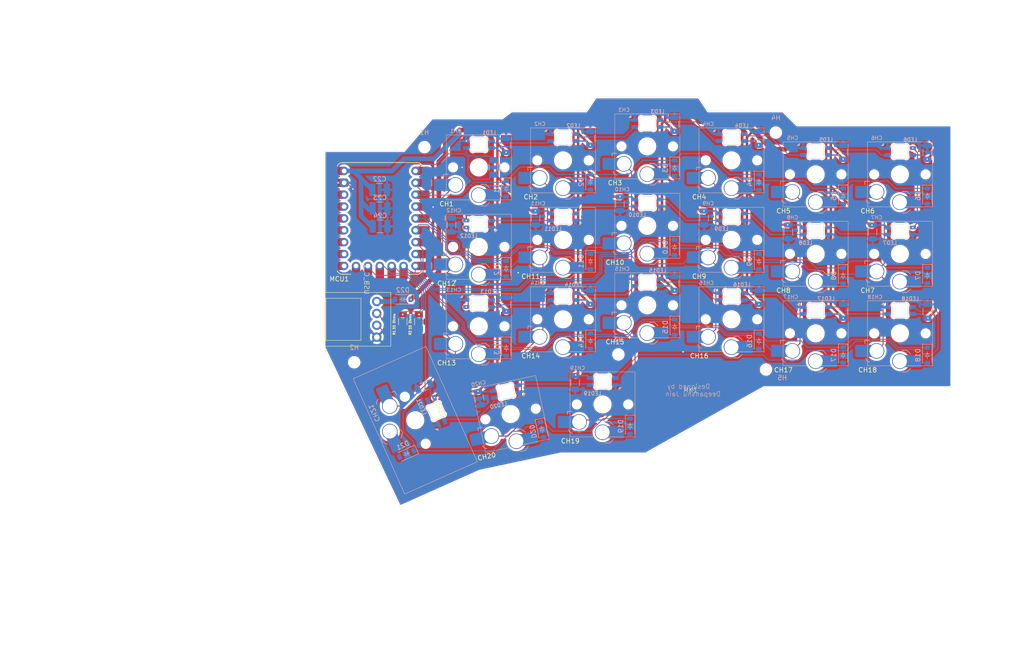
<source format=kicad_pcb>
(kicad_pcb (version 20241229) (generator "pcbnew") (generator_version "9.0")
  (layers (0 "F.Cu" signal) (2 "B.Cu" signal) (13 "F.Paste" user) (15 "B.Paste" user) (5 "F.SilkS" user "F.Silkscreen") (7 "B.SilkS" user "B.Silkscreen") (1 "F.Mask" user) (3 "B.Mask" user) (25 "Edge.Cuts" user))
  (net 0 "")
  (net 1 "GND")
  (net 2 "5V")
  (net 3 "Net-(LED6-DOUT)")
  (net 4 "Net-(LED12-DOUT)")
  (net 5 "TRRS_TX")
  (net 6 "TRRS_RX")
  (net 7 "Row1")
  (net 8 "Row2")
  (net 9 "Row0")
  (net 10 "Row3")
  (net 11 "Net-(LED5-DOUT)")
  (net 12 "LED_IN")
  (net 13 "Net-(LED1-DOUT)")
  (net 14 "Net-(LED2-DOUT)")
  (net 15 "Net-(LED4-DOUT)")
  (net 16 "Net-(LED3-DOUT)")
  (net 17 "Net-(LED8-DOUT)")
  (net 18 "Net-(LED7-DOUT)")
  (net 19 "Net-(LED1-DIN)")
  (net 20 "Net-(USB_C_1-D-)")
  (net 21 "Net-(D22-A)")
  (net 22 "Net-(USB_C_1-D+)")
  (net 23 "LED_OUT")
  (net 24 "Net-(LED19-DOUT)")
  (net 25 "Net-(LED20-DOUT)")
  (net 26 "Net-(LED18-DOUT)")
  (net 27 "Net-(LED16-DOUT)")
  (net 28 "Net-(LED17-DOUT)")
  (net 29 "Net-(LED15-DOUT)")
  (net 30 "Net-(LED13-DOUT)")
  (net 31 "Net-(LED14-DOUT)")
  (net 32 "Net-(LED10-DIN)")
  (net 33 "Net-(LED10-DOUT)")
  (net 34 "Net-(LED11-DOUT)")
  (net 35 "Net-(D16-A)")
  (net 36 "Net-(D17-A)")
  (net 37 "Net-(D18-A)")
  (net 38 "Col3")
  (net 39 "Col4")
  (net 40 "Net-(D5-A)")
  (net 41 "Col2")
  (net 42 "Col1")
  (net 43 "Net-(D3-A)")
  (net 44 "Col0")
  (net 45 "Net-(D4-A)")
  (net 46 "Net-(D2-A)")
  (net 47 "Net-(D1-A)")
  (net 48 "Net-(D10-A)")
  (net 49 "Col5")
  (net 50 "Net-(D14-A)")
  (net 51 "Net-(D8-A)")
  (net 52 "Net-(D15-A)")
  (net 53 "Net-(D12-A)")
  (net 54 "Net-(D9-A)")
  (net 55 "Net-(D7-A)")
  (net 56 "Net-(D13-A)")
  (net 57 "Net-(D11-A)")
  (net 58 "Net-(D6-A)")
  (net 59 "Net-(D21-A)")
  (net 60 "Net-(D20-A)")
  (net 61 "Net-(D19-A)")
  (footprint "ucb_c_breakout:usb_c" (layer "F.Cu") (at 105.72 103.7 -90)
    (property "Reference" "USB_C_1" (hide yes))
    (property "Value" "USB_C" (hide yes))
  )
  (footprint "PCM_marbastlib-xp-promicroish:RP2040-Matrix_ACH" (layer "F.Cu") (at 110.37 82.117501)
    (property "Reference" "MCU1")
    (property "Value" "RP2040-Matrix")
  )
  (footprint "Resistor_SMD:R_1206_3216Metric_Pad1.30x1.75mm_HandSolder" (layer "F.Cu") (at 118.71 104.21 -90)
    (property "Reference" "R2")
    (property "Value" "33 Ohms")
  )
  (footprint "Resistor_SMD:R_1206_3216Metric_Pad1.30x1.75mm_HandSolder" (layer "F.Cu") (at 115.27 104.2 -90)
    (property "Reference" "R1")
    (property "Value" "33 Ohms")
  )
  (footprint "PCM_marbastlib-choc:SW_choc_v1_HS_CPG135001S30_1u" (layer "B.Cu") (at 185.53 69.7 180)
    (property "Reference" "CH4")
    (property "Value" "choc_v1_SW_HS")
  )
  (footprint "PCM_marbastlib-various:LED_6028R" (layer "B.Cu") (at 167.565 95.81)
    (property "Reference" "LED15")
    (property "Value" "SK6812MINI-E")
    (fp_line (start -1.699999 0.702843) (end -1.699999 -0.702841) (stroke (width 0.1)) (layer "Edge.Cuts"))
    (fp_line (start -0.794452 -1.499999) (end 0.794452 -1.499999) (stroke (width 0.1)) (layer "Edge.Cuts"))
    (fp_line (start 0.794452 1.5) (end -0.794453 1.5) (stroke (width 0.1)) (layer "Edge.Cuts"))
    (fp_line (start 1.699999 -0.702841) (end 1.699999 0.702843) (stroke (width 0.1)) (layer "Edge.Cuts"))
    (fp_arc (start -1.749484 -0.919719) (mid -1.712527 -0.814067) (end -1.699999 -0.702841) (stroke (width 0.1)) (layer "Edge.Cuts"))
    (fp_arc (start -1.749484 -0.919718) (mid -1.638072 -1.504034) (end -1.046711 -1.568298) (stroke (width 0.1)) (layer "Edge.Cuts"))
    (fp_arc (start -1.699999 0.702844) (mid -1.712527 0.814069) (end -1.749484 0.919721) (stroke (width 0.1)) (layer "Edge.Cuts"))
    (fp_arc (start -1.046711 1.568299) (mid -1.638071 1.504036) (end -1.749484 0.919721) (stroke (width 0.1)) (layer "Edge.Cuts"))
    (fp_arc (start -1.046711 1.568299) (mid -0.925123 1.517377) (end -0.794453 1.5) (stroke (width 0.1)) (layer "Edge.Cuts"))
    (fp_arc (start -0.794452 -1.499999) (mid -0.925123 -1.517376) (end -1.046711 -1.568298) (stroke (width 0.1)) (layer "Edge.Cuts"))
    (fp_arc (start 0.794453 1.500001) (mid 0.925123 1.517378) (end 1.046711 1.5683) (stroke (width 0.1)) (layer "Edge.Cuts"))
    (fp_arc (start 1.04671 -1.568298) (mid 0.925122 -1.517376) (end 0.794452 -1.499999) (stroke (width 0.1)) (layer "Edge.Cuts"))
    (fp_arc (start 1.046711 -1.568296) (mid 1.63807 -1.504033) (end 1.749484 -0.919719) (stroke (width 0.1)) (layer "Edge.Cuts"))
    (fp_arc (start 1.699999 -0.702842) (mid 1.712536 -0.814064) (end 1.749484 -0.919719) (stroke (width 0.1)) (layer "Edge.Cuts"))
    (fp_arc (start 1.749484 0.919721) (mid 1.638072 1.504036) (end 1.046711 1.5683) (stroke (width 0.1)) (layer "Edge.Cuts"))
    (fp_arc (start 1.749484 0.919721) (mid 1.712526 0.814069) (end 1.699999 0.702843) (stroke (width 0.1)) (layer "Edge.Cuts"))
  )
  (footprint "PCM_marbastlib-various:LED_6028R" (layer "B.Cu") (at 131.565 83.31 180)
    (property "Reference" "LED12")
    (property "Value" "SK6812MINI-E")
    (fp_line (start 1.699999 -0.702841) (end 1.699999 0.702843) (stroke (width 0.1)) (layer "Edge.Cuts"))
    (fp_line (start 0.794452 1.5) (end -0.794453 1.5) (stroke (width 0.1)) (layer "Edge.Cuts"))
    (fp_line (start -0.794452 -1.499999) (end 0.794452 -1.499999) (stroke (width 0.1)) (layer "Edge.Cuts"))
    (fp_line (start -1.699999 0.702843) (end -1.699999 -0.702841) (stroke (width 0.1)) (layer "Edge.Cuts"))
    (fp_arc (start 1.749484 0.919721) (mid 1.712526 0.814069) (end 1.699999 0.702843) (stroke (width 0.1)) (layer "Edge.Cuts"))
    (fp_arc (start 1.749484 0.919721) (mid 1.638072 1.504036) (end 1.046711 1.5683) (stroke (width 0.1)) (layer "Edge.Cuts"))
    (fp_arc (start 1.699999 -0.702842) (mid 1.712536 -0.814064) (end 1.749484 -0.919719) (stroke (width 0.1)) (layer "Edge.Cuts"))
    (fp_arc (start 1.046711 -1.568296) (mid 1.63807 -1.504033) (end 1.749484 -0.919719) (stroke (width 0.1)) (layer "Edge.Cuts"))
    (fp_arc (start 1.04671 -1.568298) (mid 0.925122 -1.517376) (end 0.794452 -1.499999) (stroke (width 0.1)) (layer "Edge.Cuts"))
    (fp_arc (start 0.794453 1.500001) (mid 0.925123 1.517378) (end 1.046711 1.5683) (stroke (width 0.1)) (layer "Edge.Cuts"))
    (fp_arc (start -0.794452 -1.499999) (mid -0.925123 -1.517376) (end -1.046711 -1.568298) (stroke (width 0.1)) (layer "Edge.Cuts"))
    (fp_arc (start -1.046711 1.568299) (mid -0.925123 1.517377) (end -0.794453 1.5) (stroke (width 0.1)) (layer "Edge.Cuts"))
    (fp_arc (start -1.046711 1.568299) (mid -1.638071 1.504036) (end -1.749484 0.919721) (stroke (width 0.1)) (layer "Edge.Cuts"))
    (fp_arc (start -1.699999 0.702844) (mid -1.712527 0.814069) (end -1.749484 0.919721) (stroke (width 0.1)) (layer "Edge.Cuts"))
    (fp_arc (start -1.749484 -0.919718) (mid -1.638072 -1.504034) (end -1.046711 -1.568298) (stroke (width 0.1)) (layer "Edge.Cuts"))
    (fp_arc (start -1.749484 -0.919719) (mid -1.712527 -0.814067) (end -1.699999 -0.702841) (stroke (width 0.1)) (layer "Edge.Cuts"))
  )
  (footprint "Diode_SMD:D_SOD-123" (layer "B.Cu") (at 227.4 77.35 -90)
    (property "Reference" "D6")
    (property "Value" "1N4148W")
  )
  (footprint "Capacitor_SMD:C_1206_3216Metric" (layer "B.Cu") (at 125.7 83.51 90)
    (property "Reference" "C12" (hide yes))
    (property "Value" "0.1µF")
  )
  (footprint "Capacitor_SMD:C_1210_3225Metric_Pad1.33x2.70mm_HandSolder" (layer "B.Cu") (at 110.43 83.81 180)
    (property "Reference" "C24")
    (property "Value" "100uF")
  )
  (footprint "Capacitor_SMD:C_1206_3216Metric" (layer "B.Cu") (at 119.82 118.06 24)
    (property "Reference" "C21" (hide yes))
    (property "Value" "0.1µF")
  )
  (footprint "Capacitor_SMD:C_1206_3216Metric" (layer "B.Cu") (at 197.69 85 90)
    (property "Reference" "C8" (hide yes))
    (property "Value" "0.1µF")
  )
  (footprint "Diode_SMD:D_SOD-123" (layer "B.Cu") (at 191.4 74.37 -90)
    (property "Reference" "D4")
    (property "Value" "1N4148W")
  )
  (footprint "PCM_marbastlib-choc:SW_choc_v1_HS_CPG135001S30_1u" (layer "B.Cu") (at 167.53 66.7 180)
    (property "Reference" "CH3")
    (property "Value" "choc_v1_SW_HS")
  )
  (footprint "Capacitor_SMD:C_1206_3216Metric" (layer "B.Cu") (at 131.65 120.6 102)
    (property "Reference" "C20" (hide yes))
    (property "Value" "0.1µF")
  )
  (footprint "PCM_marbastlib-various:LED_6028R" (layer "B.Cu") (at 149.565 98.81)
    (property "Reference" "LED14")
    (property "Value" "SK6812MINI-E")
    (fp_line (start -1.699999 0.702843) (end -1.699999 -0.702841) (stroke (width 0.1)) (layer "Edge.Cuts"))
    (fp_line (start -0.794452 -1.499999) (end 0.794452 -1.499999) (stroke (width 0.1)) (layer "Edge.Cuts"))
    (fp_line (start 0.794452 1.5) (end -0.794453 1.5) (stroke (width 0.1)) (layer "Edge.Cuts"))
    (fp_line (start 1.699999 -0.702841) (end 1.699999 0.702843) (stroke (width 0.1)) (layer "Edge.Cuts"))
    (fp_arc (start -1.749484 -0.919719) (mid -1.712527 -0.814067) (end -1.699999 -0.702841) (stroke (width 0.1)) (layer "Edge.Cuts"))
    (fp_arc (start -1.749484 -0.919718) (mid -1.638072 -1.504034) (end -1.046711 -1.568298) (stroke (width 0.1)) (layer "Edge.Cuts"))
    (fp_arc (start -1.699999 0.702844) (mid -1.712527 0.814069) (end -1.749484 0.919721) (stroke (width 0.1)) (layer "Edge.Cuts"))
    (fp_arc (start -1.046711 1.568299) (mid -1.638071 1.504036) (end -1.749484 0.919721) (stroke (width 0.1)) (layer "Edge.Cuts"))
    (fp_arc (start -1.046711 1.568299) (mid -0.925123 1.517377) (end -0.794453 1.5) (stroke (width 0.1)) (layer "Edge.Cuts"))
    (fp_arc (start -0.794452 -1.499999) (mid -0.925123 -1.517376) (end -1.046711 -1.568298) (stroke (width 0.1)) (layer "Edge.Cuts"))
    (fp_arc (start 0.794453 1.500001) (mid 0.925123 1.517378) (end 1.046711 1.5683) (stroke (width 0.1)) (layer "Edge.Cuts"))
    (fp_arc (start 1.04671 -1.568298) (mid 0.925122 -1.517376) (end 0.794452 -1.499999) (stroke (width 0.1)) (layer "Edge.Cuts"))
    (fp_arc (start 1.046711 -1.568296) (mid 1.63807 -1.504033) (end 1.749484 -0.919719) (stroke (width 0.1)) (layer "Edge.Cuts"))
    (fp_arc (start 1.699999 -0.702842) (mid 1.712536 -0.814064) (end 1.749484 -0.919719) (stroke (width 0.1)) (layer "Edge.Cuts"))
    (fp_arc (start 1.749484 0.919721) (mid 1.638072 1.504036) (end 1.046711 1.5683) (stroke (width 0.1)) (layer "Edge.Cuts"))
    (fp_arc (start 1.749484 0.919721) (mid 1.712526 0.814069) (end 1.699999 0.702843) (stroke (width 0.1)) (layer "Edge.Cuts"))
  )
  (footprint "MountingHole:MountingHole_2.2mm_M2" (layer "B.Cu") (at 104.9 112.885 180)
    (property "Reference" "H2")
    (property "Value" "MountingHole")
  )
  (footprint "MountingHole:MountingHole_2.2mm_M2" (layer "B.Cu") (at 195.01 63.75 180)
    (property "Reference" "H4")
    (property "Value" "MountingHole")
  )
  (footprint "PCM_marbastlib-various:LED_6028R" (layer "B.Cu") (at 149.565 81.81 180)
    (property "Reference" "LED11")
    (property "Value" "SK6812MINI-E")
    (fp_line (start 1.699999 -0.702841) (end 1.699999 0.702843) (stroke (width 0.1)) (layer "Edge.Cuts"))
    (fp_line (start 0.794452 1.5) (end -0.794453 1.5) (stroke (width 0.1)) (layer "Edge.Cuts"))
    (fp_line (start -0.794452 -1.499999) (end 0.794452 -1.499999) (stroke (width 0.1)) (layer "Edge.Cuts"))
    (fp_line (start -1.699999 0.702843) (end -1.699999 -0.702841) (stroke (width 0.1)) (layer "Edge.Cuts"))
    (fp_arc (start 1.749484 0.919721) (mid 1.712526 0.814069) (end 1.699999 0.702843) (stroke (width 0.1)) (layer "Edge.Cuts"))
    (fp_arc (start 1.749484 0.919721) (mid 1.638072 1.504036) (end 1.046711 1.5683) (stroke (width 0.1)) (layer "Edge.Cuts"))
    (fp_arc (start 1.699999 -0.702842) (mid 1.712536 -0.814064) (end 1.749484 -0.919719) (stroke (width 0.1)) (layer "Edge.Cuts"))
    (fp_arc (start 1.046711 -1.568296) (mid 1.63807 -1.504033) (end 1.749484 -0.919719) (stroke (width 0.1)) (layer "Edge.Cuts"))
    (fp_arc (start 1.04671 -1.568298) (mid 0.925122 -1.517376) (end 0.794452 -1.499999) (stroke (width 0.1)) (layer "Edge.Cuts"))
    (fp_arc (start 0.794453 1.500001) (mid 0.925123 1.517378) (end 1.046711 1.5683) (stroke (width 0.1)) (layer "Edge.Cuts"))
    (fp_arc (start -0.794452 -1.499999) (mid -0.925123 -1.517376) (end -1.046711 -1.568298) (stroke (width 0.1)) (layer "Edge.Cuts"))
    (fp_arc (start -1.046711 1.568299) (mid -0.925123 1.517377) (end -0.794453 1.5) (stroke (width 0.1)) (layer "Edge.Cuts"))
    (fp_arc (start -1.046711 1.568299) (mid -1.638071 1.504036) (end -1.749484 0.919721) (stroke (width 0.1)) (layer "Edge.Cuts"))
    (fp_arc (start -1.699999 0.702844) (mid -1.712527 0.814069) (end -1.749484 0.919721) (stroke (width 0.1)) (layer "Edge.Cuts"))
    (fp_arc (start -1.749484 -0.919718) (mid -1.638072 -1.504034) (end -1.046711 -1.568298) (stroke (width 0.1)) (layer "Edge.Cuts"))
    (fp_arc (start -1.749484 -0.919719) (mid -1.712527 -0.814067) (end -1.699999 -0.702841) (stroke (width 0.1)) (layer "Edge.Cuts"))
  )
  (footprint "MountingHole:MountingHole_2.2mm_M2" (layer "B.Cu") (at 192.91 114.44 180)
    (property "Reference" "H5")
    (property "Value" "MountingHole")
  )
  (footprint "Capacitor_SMD:C_1206_3216Metric" (layer "B.Cu") (at 137.37 66.52 90)
    (property "Reference" "C1" (hide yes))
    (property "Value" "0.1µF")
  )
  (footprint "PCM_marbastlib-choc:SW_choc_v1_HS_CPG135001S30_1u" (layer "B.Cu") (at 131.53 71.2 180)
    (property "Reference" "CH1")
    (property "Value" "choc_v1_SW_HS")
  )
  (footprint "PCM_marbastlib-various:LED_6028R" (layer "B.Cu") (at 203.565 67.81)
    (property "Reference" "LED5")
    (property "Value" "SK6812MINI-E")
    (fp_line (start -1.699999 0.702843) (end -1.699999 -0.702841) (stroke (width 0.1)) (layer "Edge.Cuts"))
    (fp_line (start -0.794452 -1.499999) (end 0.794452 -1.499999) (stroke (width 0.1)) (layer "Edge.Cuts"))
    (fp_line (start 0.794452 1.5) (end -0.794453 1.5) (stroke (width 0.1)) (layer "Edge.Cuts"))
    (fp_line (start 1.699999 -0.702841) (end 1.699999 0.702843) (stroke (width 0.1)) (layer "Edge.Cuts"))
    (fp_arc (start -1.749484 -0.919719) (mid -1.712527 -0.814067) (end -1.699999 -0.702841) (stroke (width 0.1)) (layer "Edge.Cuts"))
    (fp_arc (start -1.749484 -0.919718) (mid -1.638072 -1.504034) (end -1.046711 -1.568298) (stroke (width 0.1)) (layer "Edge.Cuts"))
    (fp_arc (start -1.699999 0.702844) (mid -1.712527 0.814069) (end -1.749484 0.919721) (stroke (width 0.1)) (layer "Edge.Cuts"))
    (fp_arc (start -1.046711 1.568299) (mid -1.638071 1.504036) (end -1.749484 0.919721) (stroke (width 0.1)) (layer "Edge.Cuts"))
    (fp_arc (start -1.046711 1.568299) (mid -0.925123 1.517377) (end -0.794453 1.5) (stroke (width 0.1)) (layer "Edge.Cuts"))
    (fp_arc (start -0.794452 -1.499999) (mid -0.925123 -1.517376) (end -1.046711 -1.568298) (stroke (width 0.1)) (layer "Edge.Cuts"))
    (fp_arc (start 0.794453 1.500001) (mid 0.925123 1.517378) (end 1.046711 1.5683) (stroke (width 0.1)) (layer "Edge.Cuts"))
    (fp_arc (start 1.04671 -1.568298) (mid 0.925122 -1.517376) (end 0.794452 -1.499999) (stroke (width 0.1)) (layer "Edge.Cuts"))
    (fp_arc (start 1.046711 -1.568296) (mid 1.63807 -1.504033) (end 1.749484 -0.919719) (stroke (width 0.1)) (layer "Edge.Cuts"))
    (fp_arc (start 1.699999 -0.702842) (mid 1.712536 -0.814064) (end 1.749484 -0.919719) (stroke (width 0.1)) (layer "Edge.Cuts"))
    (fp_arc (start 1.749484 0.919721) (mid 1.638072 1.504036) (end 1.046711 1.5683) (stroke (width 0.1)) (layer "Edge.Cuts"))
    (fp_arc (start 1.749484 0.919721) (mid 1.712526 0.814069) (end 1.699999 0.702843) (stroke (width 0.1)) (layer "Edge.Cuts"))
  )
  (footprint "Capacitor_SMD:C_1206_3216Metric" (layer "B.Cu") (at 173.36 62 90)
    (property "Reference" "C3" (hide yes))
    (property "Value" "0.1µF")
  )
  (footprint "PCM_marbastlib-choc:SW_choc_v1_HS_CPG135001S30_1u" (layer "B.Cu") (at 221.53 72.7 180)
    (property "Reference" "CH6")
    (property "Value" "choc_v1_SW_HS")
  )
  (footprint "Capacitor_SMD:C_1206_3216Metric" (layer "B.Cu") (at 137.39 100.52 90)
    (property "Reference" "C13" (hide yes))
    (property "Value" "0.1µF")
  )
  (footprint "Capacitor_SMD:C_1206_3216Metric" (layer "B.Cu") (at 155.36 99 90)
    (property "Reference" "C14" (hide yes))
    (property "Value" "0.1µF")
  )
  (footprint "Diode_SMD:D_SOD-123" (layer "B.Cu") (at 209.38 94.36 -90)
    (property "Reference" "D8")
    (property "Value" "1N4148W")
  )
  (footprint "PCM_marbastlib-choc:SW_choc_v1_HS_CPG135001S30_1u" (layer "B.Cu") (at 221.53 106.7 180)
    (property "Reference" "CH18")
    (property "Value" "choc_v1_SW_HS")
  )
  (footprint "PCM_marbastlib-various:LED_6028R" (layer "B.Cu") (at 221.565 101.81)
    (property "Reference" "LED18")
    (property "Value" "SK6812MINI-E")
    (fp_line (start -1.699999 0.702843) (end -1.699999 -0.702841) (stroke (width 0.1)) (layer "Edge.Cuts"))
    (fp_line (start -0.794452 -1.499999) (end 0.794452 -1.499999) (stroke (width 0.1)) (layer "Edge.Cuts"))
    (fp_line (start 0.794452 1.5) (end -0.794453 1.5) (stroke (width 0.1)) (layer "Edge.Cuts"))
    (fp_line (start 1.699999 -0.702841) (end 1.699999 0.702843) (stroke (width 0.1)) (layer "Edge.Cuts"))
    (fp_arc (start -1.749484 -0.919719) (mid -1.712527 -0.814067) (end -1.699999 -0.702841) (stroke (width 0.1)) (layer "Edge.Cuts"))
    (fp_arc (start -1.749484 -0.919718) (mid -1.638072 -1.504034) (end -1.046711 -1.568298) (stroke (width 0.1)) (layer "Edge.Cuts"))
    (fp_arc (start -1.699999 0.702844) (mid -1.712527 0.814069) (end -1.749484 0.919721) (stroke (width 0.1)) (layer "Edge.Cuts"))
    (fp_arc (start -1.046711 1.568299) (mid -1.638071 1.504036) (end -1.749484 0.919721) (stroke (width 0.1)) (layer "Edge.Cuts"))
    (fp_arc (start -1.046711 1.568299) (mid -0.925123 1.517377) (end -0.794453 1.5) (stroke (width 0.1)) (layer "Edge.Cuts"))
    (fp_arc (start -0.794452 -1.499999) (mid -0.925123 -1.517376) (end -1.046711 -1.568298) (stroke (width 0.1)) (layer "Edge.Cuts"))
    (fp_arc (start 0.794453 1.500001) (mid 0.925123 1.517378) (end 1.046711 1.5683) (stroke (width 0.1)) (layer "Edge.Cuts"))
    (fp_arc (start 1.04671 -1.568298) (mid 0.925122 -1.517376) (end 0.794452 -1.499999) (stroke (width 0.1)) (layer "Edge.Cuts"))
    (fp_arc (start 1.046711 -1.568296) (mid 1.63807 -1.504033) (end 1.749484 -0.919719) (stroke (width 0.1)) (layer "Edge.Cuts"))
    (fp_arc (start 1.699999 -0.702842) (mid 1.712536 -0.814064) (end 1.749484 -0.919719) (stroke (width 0.1)) (layer "Edge.Cuts"))
    (fp_arc (start 1.749484 0.919721) (mid 1.638072 1.504036) (end 1.046711 1.5683) (stroke (width 0.1)) (layer "Edge.Cuts"))
    (fp_arc (start 1.749484 0.919721) (mid 1.712526 0.814069) (end 1.699999 0.702843) (stroke (width 0.1)) (layer "Edge.Cuts"))
  )
  (footprint "PCM_marbastlib-various:LED_6028R" (layer "B.Cu") (at 158.015 117.01 180)
    (property "Reference" "LED19")
    (property "Value" "SK6812MINI-E")
    (fp_line (start 1.699999 -0.702841) (end 1.699999 0.702843) (stroke (width 0.1)) (layer "Edge.Cuts"))
    (fp_line (start 0.794452 1.5) (end -0.794453 1.5) (stroke (width 0.1)) (layer "Edge.Cuts"))
    (fp_line (start -0.794452 -1.499999) (end 0.794452 -1.499999) (stroke (width 0.1)) (layer "Edge.Cuts"))
    (fp_line (start -1.699999 0.702843) (end -1.699999 -0.702841) (stroke (width 0.1)) (layer "Edge.Cuts"))
    (fp_arc (start 1.749484 0.919721) (mid 1.712526 0.814069) (end 1.699999 0.702843) (stroke (width 0.1)) (layer "Edge.Cuts"))
    (fp_arc (start 1.749484 0.919721) (mid 1.638072 1.504036) (end 1.046711 1.5683) (stroke (width 0.1)) (layer "Edge.Cuts"))
    (fp_arc (start 1.699999 -0.702842) (mid 1.712536 -0.814064) (end 1.749484 -0.919719) (stroke (width 0.1)) (layer "Edge.Cuts"))
    (fp_arc (start 1.046711 -1.568296) (mid 1.63807 -1.504033) (end 1.749484 -0.919719) (stroke (width 0.1)) (layer "Edge.Cuts"))
    (fp_arc (start 1.04671 -1.568298) (mid 0.925122 -1.517376) (end 0.794452 -1.499999) (stroke (width 0.1)) (layer "Edge.Cuts"))
    (fp_arc (start 0.794453 1.500001) (mid 0.925123 1.517378) (end 1.046711 1.5683) (stroke (width 0.1)) (layer "Edge.Cuts"))
    (fp_arc (start -0.794452 -1.499999) (mid -0.925123 -1.517376) (end -1.046711 -1.568298) (stroke (width 0.1)) (layer "Edge.Cuts"))
    (fp_arc (start -1.046711 1.568299) (mid -0.925123 1.517377) (end -0.794453 1.5) (stroke (width 0.1)) (layer "Edge.Cuts"))
    (fp_arc (start -1.046711 1.568299) (mid -1.638071 1.504036) (end -1.749484 0.919721) (stroke (width 0.1)) (layer "Edge.Cuts"))
    (fp_arc (start -1.699999 0.702844) (mid -1.712527 0.814069) (end -1.749484 0.919721) (stroke (width 0.1)) (layer "Edge.Cuts"))
    (fp_arc (start -1.749484 -0.919718) (mid -1.638072 -1.504034) (end -1.046711 -1.568298) (stroke (width 0.1)) (layer "Edge.Cuts"))
    (fp_arc (start -1.749484 -0.919719) (mid -1.712527 -0.814067) (end -1.699999 -0.702841) (stroke (width 0.1)) (layer "Edge.Cuts"))
  )
  (footprint "Capacitor_SMD:C_1206_3216Metric" (layer "B.Cu") (at 191.38 99.01 90)
    (property "Reference" "C16" (hide yes))
    (property "Value" "0.1µF")
  )
  (footprint "Diode_SMD:D_SOD-123" (layer "B.Cu") (at 137.37 92.85 -90)
    (property "Reference" "D12")
    (property "Value" "1N4148W")
  )
  (footprint "PCM_marbastlib-choc:SW_choc_v1_HS_CPG135001S30_1u" (layer "B.Cu") (at 149.53 86.7 180)
    (property "Reference" "CH11")
    (property "Value" "choc_v1_SW_HS")
  )
  (footprint "Capacitor_SMD:C_1210_3225Metric_Pad1.33x2.70mm_HandSolder" (layer "B.Cu") (at 110.4 79.97 180)
    (property "Reference" "C23")
    (property "Value" "100uF")
  )
  (footprint "Diode_SMD:D_SOD-123" (layer "B.Cu") (at 191.4 91.35 -90)
    (property "Reference" "D9")
    (property "Value" "1N4148W")
  )
  (footprint "PCM_marbastlib-choc:SW_choc_v1_HS_CPG135001S30_1u" (layer "B.Cu") (at 131.53 105.2 180)
    (property "Reference" "CH13")
    (property "Value" "choc_v1_SW_HS")
  )
  (footprint "Diode_SMD:D_SOD-123" (layer "B.Cu") (at 155.39 91.34 -90)
    (property "Reference" "D11")
    (property "Value" "1N4148W")
  )
  (footprint "PCM_marbastlib-choc:SW_choc_v1_HS_CPG135001S30_1u" (layer "B.Cu") (at 203.53 89.7 180)
    (property "Reference" "CH8")
    (property "Value" "choc_v1_SW_HS")
  )
  (footprint "Capacitor_SMD:C_1206_3216Metric" (layer "B.Cu") (at 179.68 82 90)
    (property "Reference" "C9" (hide yes))
    (property "Value" "0.1µF")
  )
  (footprint "PCM_marbastlib-choc:SW_choc_v1_HS_CPG135001S30_1u" (layer "B.Cu") (at 149.53 103.7 180)
    (property "Reference" "CH14")
    (property "Value" "choc_v1_SW_HS")
  )
  (footprint "Diode_SMD:D_SOD-123" (layer "B.Cu") (at 145.03 127.28 -78)
    (property "Reference" "D20")
    (property "Value" "1N4148W")
  )
  (footprint "PCM_marbastlib-various:LED_6028R" (layer "B.Cu") (at 137.34088 119.164555 -168)
    (property "Reference" "LED20")
    (property "Value" "SK6812MINI-E")
    (fp_line (start 1.699999 -0.702841) (end 1.7 0.702844) (stroke (width 0.1)) (layer "Edge.Cuts"))
    (fp_line (start 0.794452 1.499999) (end -0.794453 1.499999) (stroke (width 0.1)) (layer "Edge.Cuts"))
    (fp_line (start -0.794452 -1.499999) (end 0.794452 -1.5) (stroke (width 0.1)) (layer "Edge.Cuts"))
    (fp_line (start -1.699998 0.702843) (end -1.699999 -0.702841) (stroke (width 0.1)) (layer "Edge.Cuts"))
    (fp_arc (start 1.749484 0.919721) (mid 1.712526 0.81407) (end 1.7 0.702844) (stroke (width 0.1)) (layer "Edge.Cuts"))
    (fp_arc (start 1.749484 0.919721) (mid 1.638072 1.504037) (end 1.046711 1.5683) (stroke (width 0.1)) (layer "Edge.Cuts"))
    (fp_arc (start 1.699999 -0.702842) (mid 1.712537 -0.814065) (end 1.749484 -0.919719) (stroke (width 0.1)) (layer "Edge.Cuts"))
    (fp_arc (start 0.794452 1.499999) (mid 0.925124 1.517377) (end 1.046711 1.5683) (stroke (width 0.1)) (layer "Edge.Cuts"))
    (fp_arc (start 1.046711 -1.568297) (mid 1.63807 -1.504033) (end 1.749484 -0.919719) (stroke (width 0.1)) (layer "Edge.Cuts"))
    (fp_arc (start 1.04671 -1.568298) (mid 0.925121 -1.517377) (end 0.794452 -1.5) (stroke (width 0.1)) (layer "Edge.Cuts"))
    (fp_arc (start -1.046714 1.568299) (mid -0.925123 1.517376) (end -0.794453 1.499999) (stroke (width 0.1)) (layer "Edge.Cuts"))
    (fp_arc (start -1.046714 1.568299) (mid -1.638071 1.504036) (end -1.749483 0.919721) (stroke (width 0.1)) (layer "Edge.Cuts"))
    (fp_arc (start -0.794452 -1.499999) (mid -0.925122 -1.517376) (end -1.046711 -1.568296) (stroke (width 0.1)) (layer "Edge.Cuts"))
    (fp_arc (start -1.699998 0.702844) (mid -1.712526 0.814069) (end -1.749483 0.919721) (stroke (width 0.1)) (layer "Edge.Cuts"))
    (fp_arc (start -1.749483 -0.919718) (mid -1.638073 -1.504034) (end -1.046711 -1.568296) (stroke (width 0.1)) (layer "Edge.Cuts"))
    (fp_arc (start -1.749484 -0.919719) (mid -1.712527 -0.814067) (end -1.699999 -0.702841) (stroke (width 0.1)) (layer "Edge.Cuts"))
  )
  (footprint "PCM_marbastlib-choc:SW_choc_v1_HS_CPG135001S30_1u" (layer "B.Cu") (at 203.53 106.7 180)
    (property "Reference" "CH17")
    (property "Value" "choc_v1_SW_HS")
  )
  (footprint "PCM_marbastlib-various:LED_6028R" (layer "B.Cu") (at 221.565 84.81 180)
    (property "Reference" "LED7")
    (property "Value" "SK6812MINI-E")
    (fp_line (start 1.699999 -0.702841) (end 1.699999 0.702843) (stroke (width 0.1)) (layer "Edge.Cuts"))
    (fp_line (start 0.794452 1.5) (end -0.794453 1.5) (stroke (width 0.1)) (layer "Edge.Cuts"))
    (fp_line (start -0.794452 -1.499999) (end 0.794452 -1.499999) (stroke (width 0.1)) (layer "Edge.Cuts"))
    (fp_line (start -1.699999 0.702843) (end -1.699999 -0.702841) (stroke (width 0.1)) (layer "Edge.Cuts"))
    (fp_arc (start 1.749484 0.919721) (mid 1.712526 0.814069) (end 1.699999 0.702843) (stroke (width 0.1)) (layer "Edge.Cuts"))
    (fp_arc (start 1.749484 0.919721) (mid 1.638072 1.504036) (end 1.046711 1.5683) (stroke (width 0.1)) (layer "Edge.Cuts"))
    (fp_arc (start 1.699999 -0.702842) (mid 1.712536 -0.814064) (end 1.749484 -0.919719) (stroke (width 0.1)) (layer "Edge.Cuts"))
    (fp_arc (start 1.046711 -1.568296) (mid 1.63807 -1.504033) (end 1.749484 -0.919719) (stroke (width 0.1)) (layer "Edge.Cuts"))
    (fp_arc (start 1.04671 -1.568298) (mid 0.925122 -1.517376) (end 0.794452 -1.499999) (stroke (width 0.1)) (layer "Edge.Cuts"))
    (fp_arc (start 0.794453 1.500001) (mid 0.925123 1.517378) (end 1.046711 1.5683) (stroke (width 0.1)) (layer "Edge.Cuts"))
    (fp_arc (start -0.794452 -1.499999) (mid -0.925123 -1.517376) (end -1.046711 -1.568298) (stroke (width 0.1)) (layer "Edge.Cuts"))
    (fp_arc (start -1.046711 1.568299) (mid -0.925123 1.517377) (end -0.794453 1.5) (stroke (width 0.1)) (layer "Edge.Cuts"))
    (fp_arc (start -1.046711 1.568299) (mid -1.638071 1.504036) (end -1.749484 0.919721) (stroke (width 0.1)) (layer "Edge.Cuts"))
    (fp_arc (start -1.699999 0.702844) (mid -1.712527 0.814069) (end -1.749484 0.919721) (stroke (width 0.1)) (layer "Edge.Cuts"))
    (fp_arc (start -1.749484 -0.919718) (mid -1.638072 -1.504034) (end -1.046711 -1.568298) (stroke (width 0.1)) (layer "Edge.Cuts"))
    (fp_arc (start -1.749484 -0.919719) (mid -1.712527 -0.814067) (end -1.699999 -0.702841) (stroke (width 0.1)) (layer "Edge.Cuts"))
  )
  (footprint "Resistor_SMD:R_1206_3216Metric_Pad1.30x1.75mm_HandSolder" (layer "B.Cu") (at 134.65 71.2 90)
    (property "Reference" "R3")
    (property "Value" "47R")
  )
  (footprint "Diode_SMD:D_SOD-123" (layer "B.Cu") (at 209.39 111.33 -90)
    (property "Reference" "D17")
    (property "Value" "1N4148W")
  )
  (footprint "PCM_marbastlib-various:LED_6028R" (layer "B.Cu") (at 131.565 100.31)
    (property "Reference" "LED13")
    (property "Value" "SK6812MINI-E")
    (fp_line (start -1.699999 0.702843) (end -1.699999 -0.702841) (stroke (width 0.1)) (layer "Edge.Cuts"))
    (fp_line (start -0.794452 -1.499999) (end 0.794452 -1.499999) (stroke (width 0.1)) (layer "Edge.Cuts"))
    (fp_line (start 0.794452 1.5) (end -0.794453 1.5) (stroke (width 0.1)) (layer "Edge.Cuts"))
    (fp_line (start 1.699999 -0.702841) (end 1.699999 0.702843) (stroke (width 0.1)) (layer "Edge.Cuts"))
    (fp_arc (start -1.749484 -0.919719) (mid -1.712527 -0.814067) (end -1.699999 -0.702841) (stroke (width 0.1)) (layer "Edge.Cuts"))
    (fp_arc (start -1.749484 -0.919718) (mid -1.638072 -1.504034) (end -1.046711 -1.568298) (stroke (width 0.1)) (layer "Edge.Cuts"))
    (fp_arc (start -1.699999 0.702844) (mid -1.712527 0.814069) (end -1.749484 0.919721) (stroke (width 0.1)) (layer "Edge.Cuts"))
    (fp_arc (start -1.046711 1.568299) (mid -1.638071 1.504036) (end -1.749484 0.919721) (stroke (width 0.1)) (layer "Edge.Cuts"))
    (fp_arc (start -1.046711 1.568299) (mid -0.925123 1.517377) (end -0.794453 1.5) (stroke (width 0.1)) (layer "Edge.Cuts"))
    (fp_arc (start -0.794452 -1.499999) (mid -0.925123 -1.517376) (end -1.046711 -1.568298) (stroke (width 0.1)) (layer "Edge.Cuts"))
    (fp_arc (start 0.794453 1.500001) (mid 0.925123 1.517378) (end 1.046711 1.5683) (stroke (width 0.1)) (layer "Edge.Cuts"))
    (fp_arc (start 1.04671 -1.568298) (mid 0.925122 -1.517376) (end 0.794452 -1.499999) (stroke (width 0.1)) (layer "Edge.Cuts"))
    (fp_arc (start 1.046711 -1.568296) (mid 1.63807 -1.504033) (end 1.749484 -0.919719) (stroke (width 0.1)) (layer "Edge.Cuts"))
    (fp_arc (start 1.699999 -0.702842) (mid 1.712536 -0.814064) (end 1.749484 -0.919719) (stroke (width 0.1)) (layer "Edge.Cuts"))
    (fp_arc (start 1.749484 0.919721) (mid 1.638072 1.504036) (end 1.046711 1.5683) (stroke (width 0.1)) (layer "Edge.Cuts"))
    (fp_arc (start 1.749484 0.919721) (mid 1.712526 0.814069) (end 1.699999 0.702843) (stroke (width 0.1)) (layer "Edge.Cuts"))
  )
  (footprint "PCM_marbastlib-choc:SW_choc_v1_HS_CPG135001S30_1u" (layer "B.Cu") (at 203.53 72.7 180)
    (property "Reference" "CH5")
    (property "Value" "choc_v1_SW_HS")
  )
  (footprint "PCM_marbastlib-various:LED_6028R" (layer "B.Cu") (at 203.565 84.81 180)
    (property "Reference" "LED8")
    (property "Value" "SK6812MINI-E")
    (fp_line (start 1.699999 -0.702841) (end 1.699999 0.702843) (stroke (width 0.1)) (layer "Edge.Cuts"))
    (fp_line (start 0.794452 1.5) (end -0.794453 1.5) (stroke (width 0.1)) (layer "Edge.Cuts"))
    (fp_line (start -0.794452 -1.499999) (end 0.794452 -1.499999) (stroke (width 0.1)) (layer "Edge.Cuts"))
    (fp_line (start -1.699999 0.702843) (end -1.699999 -0.702841) (stroke (width 0.1)) (layer "Edge.Cuts"))
    (fp_arc (start 1.749484 0.919721) (mid 1.712526 0.814069) (end 1.699999 0.702843) (stroke (width 0.1)) (layer "Edge.Cuts"))
    (fp_arc (start 1.749484 0.919721) (mid 1.638072 1.504036) (end 1.046711 1.5683) (stroke (width 0.1)) (layer "Edge.Cuts"))
    (fp_arc (start 1.699999 -0.702842) (mid 1.712536 -0.814064) (end 1.749484 -0.919719) (stroke (width 0.1)) (layer "Edge.Cuts"))
    (fp_arc (start 1.046711 -1.568296) (mid 1.63807 -1.504033) (end 1.749484 -0.919719) (stroke (width 0.1)) (layer "Edge.Cuts"))
    (fp_arc (start 1.04671 -1.568298) (mid 0.925122 -1.517376) (end 0.794452 -1.499999) (stroke (width 0.1)) (layer "Edge.Cuts"))
    (fp_arc (start 0.794453 1.500001) (mid 0.925123 1.517378) (end 1.046711 1.5683) (stroke (width 0.1)) (layer "Edge.Cuts"))
    (fp_arc (start -0.794452 -1.499999) (mid -0.925123 -1.517376) (end -1.046711 -1.568298) (stroke (width 0.1)) (layer "Edge.Cuts"))
    (fp_arc (start -1.046711 1.568299) (mid -0.925123 1.517377) (end -0.794453 1.5) (stroke (width 0.1)) (layer "Edge.Cuts"))
    (fp_arc (start -1.046711 1.568299) (mid -1.638071 1.504036) (end -1.749484 0.919721) (stroke (width 0.1)) (layer "Edge.Cuts"))
    (fp_arc (start -1.699999 0.702844) (mid -1.712527 0.814069) (end -1.749484 0.919721) (stroke (width 0.1)) (layer "Edge.Cuts"))
    (fp_arc (start -1.749484 -0.919718) (mid -1.638072 -1.504034) (end -1.046711 -1.568298) (stroke (width 0.1)) (layer "Edge.Cuts"))
    (fp_arc (start -1.749484 -0.919719) (mid -1.712527 -0.814067) (end -1.699999 -0.702841) (stroke (width 0.1)) (layer "Edge.Cuts"))
  )
  (footprint "PCM_marbastlib-various:LED_6028R" (layer "B.Cu") (at 149.565 64.81)
    (property "Reference" "LED2")
    (property "Value" "SK6812MINI-E")
    (fp_line (start -1.699999 0.702843) (end -1.699999 -0.702841) (stroke (width 0.1)) (layer "Edge.Cuts"))
    (fp_line (start -0.794452 -1.499999) (end 0.794452 -1.499999) (stroke (width 0.1)) (layer "Edge.Cuts"))
    (fp_line (start 0.794452 1.5) (end -0.794453 1.5) (stroke (width 0.1)) (layer "Edge.Cuts"))
    (fp_line (start 1.699999 -0.702841) (end 1.699999 0.702843) (stroke (width 0.1)) (layer "Edge.Cuts"))
    (fp_arc (start -1.749484 -0.919719) (mid -1.712527 -0.814067) (end -1.699999 -0.702841) (stroke (width 0.1)) (layer "Edge.Cuts"))
    (fp_arc (start -1.749484 -0.919718) (mid -1.638072 -1.504034) (end -1.046711 -1.568298) (stroke (width 0.1)) (layer "Edge.Cuts"))
    (fp_arc (start -1.699999 0.702844) (mid -1.712527 0.814069) (end -1.749484 0.919721) (stroke (width 0.1)) (layer "Edge.Cuts"))
    (fp_arc (start -1.046711 1.568299) (mid -1.638071 1.504036) (end -1.749484 0.919721) (stroke (width 0.1)) (layer "Edge.Cuts"))
    (fp_arc (start -1.046711 1.568299) (mid -0.925123 1.517377) (end -0.794453 1.5) (stroke (width 0.1)) (layer "Edge.Cuts"))
    (fp_arc (start -0.794452 -1.499999) (mid -0.925123 -1.517376) (end -1.046711 -1.568298) (stroke (width 0.1)) (layer "Edge.Cuts"))
    (fp_arc (start 0.794453 1.500001) (mid 0.925123 1.517378) (end 1.046711 1.5683) (stroke (width 0.1)) (layer "Edge.Cuts"))
    (fp_arc (start 1.04671 -1.568298) (mid 0.925122 -1.517376) (end 0.794452 -1.499999) (stroke (width 0.1)) (layer "Edge.Cuts"))
    (fp_arc (start 1.046711 -1.568296) (mid 1.63807 -1.504033) (end 1.749484 -0.919719) (stroke (width 0.1)) (layer "Edge.Cuts"))
    (fp_arc (start 1.699999 -0.702842) (mid 1.712536 -0.814064) (end 1.749484 -0.919719) (stroke (width 0.1)) (layer "Edge.Cuts"))
    (fp_arc (start 1.749484 0.919721) (mid 1.638072 1.504036) (end 1.046711 1.5683) (stroke (width 0.1)) (layer "Edge.Cuts"))
    (fp_arc (start 1.749484 0.919721) (mid 1.712526 0.814069) (end 1.699999 0.702843) (stroke (width 0.1)) (layer "Edge.Cuts"))
  )
  (footprint "Capacitor_SMD:C_1206_3216Metric" (layer "B.Cu") (at 143.67 82.02 90)
    (property "Reference" "C11" (hide yes))
    (property "Value" "0.1µF")
  )
  (footprint "Diode_SMD:D_SOD-123" (layer "B.Cu") (at 227.37 111.38 -90)
    (property "Reference" "D18")
    (property "Value" "1N4148W")
  )
  (footprint "Capacitor_SMD:C_1206_3216Metric" (layer "B.Cu") (at 215.69 85.02 90)
    (property "Reference" "C7" (hide yes))
    (property "Value" "0.1µF")
  )
  (footprint "PCM_marbastlib-choc:SW_choc_v1_HS_CPG135001S30_1u" (layer "B.Cu") (at 221.53 89.7 180)
    (property "Reference" "CH7")
    (property "Value" "choc_v1_SW_HS")
  )
  (footprint "Diode_SMD:D_SOD-123" (layer "B.Cu") (at 173.39 105.36 -90)
    (property "Reference" "D15")
    (property "Value" "1N4148W")
  )
  (footprint "Diode_SMD:D_SOD-123" (layer "B.Cu") (at 173.38 71.36 -90)
    (property "Reference" "D3")
    (property "Value" "1N4148W")
  )
  (footprint "PCM_marbastlib-choc:SW_choc_v1_HS_CPG135001S30_1u" (layer "B.Cu") (at 185.53 103.7 180)
    (property "Reference" "CH16")
    (property "Value" "choc_v1_SW_HS")
  )
  (footprint "PCM_marbastlib-choc:SW_choc_v1_HS_CPG135001S30_1u" (layer "B.Cu") (at 167.53 100.7 180)
    (property "Reference" "CH15")
    (property "Value" "choc_v1_SW_HS")
  )
  (footprint "MountingHole:MountingHole_2.2mm_M2" (layer "B.Cu") (at 161.36 111.21 180)
    (property "Reference" "H3")
    (property "Value" "MountingHole")
  )
  (footprint "Diode_SMD:D_SOD-123" (layer "B.Cu") (at 116.09 132.49 -156)
    (property "Reference" "D21")
    (property "Value" "1N4148W")
  )
  (footprint "PCM_marbastlib-choc:SW_choc_v1_HS_CPG135001S30_1u" (layer "B.Cu") (at 157.98 121.9 180)
    (property "Reference" "CH19")
    (property "Value" "choc_v1_SW_HS")
  )
  (footprint "Capacitor_SMD:C_1206_3216Metric" (layer "B.Cu") (at 227.38 101.98 90)
    (property "Reference" "C18" (hide yes))
    (property "Value" "0.1µF")
  )
  (footprint "Diode_SMD:D_SOD-123" (layer "B.Cu") (at 155.39 74.34 -90)
    (property "Reference" "D2")
    (property "Value" "1N4148W")
  )
  (footprint "PCM_marbastlib-various:LED_6028R" (layer "B.Cu") (at 185.565 64.81)
    (property "Reference" "LED4")
    (property "Value" "SK6812MINI-E")
    (fp_line (start -1.699999 0.702843) (end -1.699999 -0.702841) (stroke (width 0.1)) (layer "Edge.Cuts"))
    (fp_line (start -0.794452 -1.499999) (end 0.794452 -1.499999) (stroke (width 0.1)) (layer "Edge.Cuts"))
    (fp_line (start 0.794452 1.5) (end -0.794453 1.5) (stroke (width 0.1)) (layer "Edge.Cuts"))
    (fp_line (start 1.699999 -0.702841) (end 1.699999 0.702843) (stroke (width 0.1)) (layer "Edge.Cuts"))
    (fp_arc (start -1.749484 -0.919719) (mid -1.712527 -0.814067) (end -1.699999 -0.702841) (stroke (width 0.1)) (layer "Edge.Cuts"))
    (fp_arc (start -1.749484 -0.919718) (mid -1.638072 -1.504034) (end -1.046711 -1.568298) (stroke (width 0.1)) (layer "Edge.Cuts"))
    (fp_arc (start -1.699999 0.702844) (mid -1.712527 0.814069) (end -1.749484 0.919721) (stroke (width 0.1)) (layer "Edge.Cuts"))
    (fp_arc (start -1.046711 1.568299) (mid -1.638071 1.504036) (end -1.749484 0.919721) (stroke (width 0.1)) (layer "Edge.Cuts"))
    (fp_arc (start -1.046711 1.568299) (mid -0.925123 1.517377) (end -0.794453 1.5) (stroke (width 0.1)) (layer "Edge.Cuts"))
    (fp_arc (start -0.794452 -1.499999) (mid -0.925123 -1.517376) (end -1.046711 -1.568298) (stroke (width 0.1)) (layer "Edge.Cuts"))
    (fp_arc (start 0.794453 1.500001) (mid 0.925123 1.517378) (end 1.046711 1.5683) (stroke (width 0.1)) (layer "Edge.Cuts"))
    (fp_arc (start 1.04671 -1.568298) (mid 0.925122 -1.517376) (end 0.794452 -1.499999) (stroke (width 0.1)) (layer "Edge.Cuts"))
    (fp_arc (start 1.046711 -1.568296) (mid 1.63807 -1.504033) (end 1.749484 -0.919719) (stroke (width 0.1)) (layer "Edge.Cuts"))
    (fp_arc (start 1.699999 -0.702842) (mid 1.712536 -0.814064) (end 1.749484 -0.919719) (stroke (width 0.1)) (layer "Edge.Cuts"))
    (fp_arc (start 1.749484 0.919721) (mid 1.638072 1.504036) (end 1.046711 1.5683) (stroke (width 0.1)) (layer "Edge.Cuts"))
    (fp_arc (start 1.749484 0.919721) (mid 1.712526 0.814069) (end 1.699999 0.702843) (stroke (width 0.1)) (layer "Edge.Cuts"))
  )
  (footprint "PCM_marbastlib-various:LED_6028R" (layer "B.Cu") (at 122.434632 123.32433 114)
    (property "Reference" "LED21")
    (property "Value" "SK6812MINI-E")
    (fp_line (start 1.7 -0.702841) (end 1.699999 0.702843) (stroke (width 0.1)) (layer "Edge.Cuts"))
    (fp_line (start -0.794451 -1.499999) (end 0.794452 -1.5) (stroke (width 0.1)) (layer "Edge.Cuts"))
    (fp_line (start 0.794452 1.500001) (end -0.794453 1.5) (stroke (width 0.1)) (layer "Edge.Cuts"))
    (fp_line (start -1.699999 0.702843) (end -1.699999 -0.70284) (stroke (width 0.1)) (layer "Edge.Cuts"))
    (fp_arc (start 1.046712 -1.568296) (mid 1.638068 -1.504032) (end 1.749484 -0.919719) (stroke (width 0.1)) (layer "Edge.Cuts"))
    (fp_arc (start 1.04671 -1.568297) (mid 0.925122 -1.517376) (end 0.794452 -1.5) (stroke (width 0.1)) (layer "Edge.Cuts"))
    (fp_arc (start 1.699999 -0.702842) (mid 1.712537 -0.814065) (end 1.749484 -0.919719) (stroke (width 0.1)) (layer "Edge.Cuts"))
    (fp_arc (start -0.794451 -1.499999) (mid -0.925123 -1.517376) (end -1.046711 -1.568298) (stroke (width 0.1)) (layer "Edge.Cuts"))
    (fp_arc (start -1.749484 -0.919718) (mid -1.638073 -1.504035) (end -1.046711 -1.568298) (stroke (width 0.1)) (layer "Edge.Cuts"))
    (fp_arc (start -1.749484 -0.919718) (mid -1.712528 -0.814067) (end -1.699999 -0.70284) (stroke (width 0.1)) (layer "Edge.Cuts"))
    (fp_arc (start 1.749484 0.919721) (mid 1.712526 0.814069) (end 1.699999 0.702843) (stroke (width 0.1)) (layer "Edge.Cuts"))
    (fp_arc (start 1.749484 0.919721) (mid 1.638071 1.504036) (end 1.046711 1.5683) (stroke (width 0.1)) (layer "Edge.Cuts"))
    (fp_arc (start 0.794453 1.5) (mid 0.925123 1.517378) (end 1.046711 1.5683) (stroke (width 0.1)) (layer "Edge.Cuts"))
    (fp_arc (start -1.699999 0.702844) (mid -1.712527 0.81407) (end -1.749483 0.919721) (stroke (width 0.1)) (layer "Edge.Cuts"))
    (fp_arc (start -1.046711 1.5683) (mid -1.638072 1.504036) (end -1.749483 0.919721) (stroke (width 0.1)) (layer "Edge.Cuts"))
    (fp_arc (start -1.046711 1.5683) (mid -0.925123 1.517378) (end -0.794453 1.5) (stroke (width 0.1)) (layer "Edge.Cuts"))
  )
  (footprint "Capacitor_SMD:C_1206_3216Metric" (layer "B.Cu") (at 227.37 68.01 90)
    (property "Reference" "C6" (hide yes))
    (property "Value" "0.1µF")
  )
  (footprint "Diode_SMD:D_SOD-123" (layer "B.Cu") (at 137.38 109.84 -90)
    (property "Reference" "D13")
    (property "Value" "1N4148W")
  )
  (footprint "PCM_marbastlib-choc:SW_choc_v1_HS_CPG135001S30_1u" (layer "B.Cu") (at 131.53 88.2 180)
    (property "Reference" "CH12")
    (property "Value" "choc_v1_SW_HS")
  )
  (footprint "Capacitor_SMD:C_1206_3216Metric" (layer "B.Cu") (at 209.39 102 90)
    (property "Reference" "C17" (hide yes))
    (property "Value" "0.1µF")
  )
  (footprint "PCM_marbastlib-various:LED_6028R" (layer "B.Cu") (at 203.565 101.81)
    (property "Reference" "LED17")
    (property "Value" "SK6812MINI-E")
    (fp_line (start -1.699999 0.702843) (end -1.699999 -0.702841) (stroke (width 0.1)) (layer "Edge.Cuts"))
    (fp_line (start -0.794452 -1.499999) (end 0.794452 -1.499999) (stroke (width 0.1)) (layer "Edge.Cuts"))
    (fp_line (start 0.794452 1.5) (end -0.794453 1.5) (stroke (width 0.1)) (layer "Edge.Cuts"))
    (fp_line (start 1.699999 -0.702841) (end 1.699999 0.702843) (stroke (width 0.1)) (layer "Edge.Cuts"))
    (fp_arc (start -1.749484 -0.919719) (mid -1.712527 -0.814067) (end -1.699999 -0.702841) (stroke (width 0.1)) (layer "Edge.Cuts"))
    (fp_arc (start -1.749484 -0.919718) (mid -1.638072 -1.504034) (end -1.046711 -1.568298) (stroke (width 0.1)) (layer "Edge.Cuts"))
    (fp_arc (start -1.699999 0.702844) (mid -1.712527 0.814069) (end -1.749484 0.919721) (stroke (width 0.1)) (layer "Edge.Cuts"))
    (fp_arc (start -1.046711 1.568299) (mid -1.638071 1.504036) (end -1.749484 0.919721) (stroke (width 0.1)) (layer "Edge.Cuts"))
    (fp_arc (start -1.046711 1.568299) (mid -0.925123 1.517377) (end -0.794453 1.5) (stroke (width 0.1)) (layer "Edge.Cuts"))
    (fp_arc (start -0.794452 -1.499999) (mid -0.925123 -1.517376) (end -1.046711 -1.568298) (stroke (width 0.1)) (layer "Edge.Cuts"))
    (fp_arc (start 0.794453 1.500001) (mid 0.925123 1.517378) (end 1.046711 1.5683) (stroke (width 0.1)) (layer "Edge.Cuts"))
    (fp_arc (start 1.04671 -1.568298) (mid 0.925122 -1.517376) (end 0.794452 -1.499999) (stroke (width 0.1)) (layer "Edge.Cuts"))
    (fp_arc (start 1.046711 -1.568296) (mid 1.63807 -1.504033) (end 1.749484 -0.919719) (stroke (width 0.1)) (layer "Edge.Cuts"))
    (fp_arc (start 1.699999 -0.702842) (mid 1.712536 -0.814064) (end 1.749484 -0.919719) (stroke (width 0.1)) (layer "Edge.Cuts"))
    (fp_arc (start 1.749484 0.919721) (mid 1.638072 1.504036) (end 1.046711 1.5683) (stroke (width 0.1)) (layer "Edge.Cuts"))
    (fp_arc (start 1.749484 0.919721) (mid 1.712526 0.814069) (end 1.699999 0.702843) (stroke (width 0.1)) (layer "Edge.Cuts"))
  )
  (footprint "Capacitor_SMD:C_1206_3216Metric" (layer "B.Cu") (at 152.13 117.21 90)
    (property "Reference" "C19" (hide yes))
    (property "Value" "0.1µF")
  )
  (footprint "Diode_SMD:D_SOD-123" (layer "B.Cu") (at 191.39 108.36 -90)
    (property "Reference" "D16")
    (property "Value" "1N4148W")
  )
  (footprint "PCM_marbastlib-choc:SW_choc_v1_HS_CPG135001S30_1u" (layer "B.Cu") (at 138.323334 123.954972 -168)
    (property "Reference" "CH20")
    (property "Value" "choc_v1_SW_HS")
  )
  (footprint "PCM_marbastlib-various:LED_6028R" (layer "B.Cu") (at 185.565 98.81)
    (property "Reference" "LED16")
    (property "Value" "SK6812MINI-E")
    (fp_line (start -1.699999 0.702843) (end -1.699999 -0.702841) (stroke (width 0.1)) (layer "Edge.Cuts"))
    (fp_line (start -0.794452 -1.499999) (end 0.794452 -1.499999) (stroke (width 0.1)) (layer "Edge.Cuts"))
    (fp_line (start 0.794452 1.5) (end -0.794453 1.5) (stroke (width 0.1)) (layer "Edge.Cuts"))
    (fp_line (start 1.699999 -0.702841) (end 1.699999 0.702843) (stroke (width 0.1)) (layer "Edge.Cuts"))
    (fp_arc (start -1.749484 -0.919719) (mid -1.712527 -0.814067) (end -1.699999 -0.702841) (stroke (width 0.1)) (layer "Edge.Cuts"))
    (fp_arc (start -1.749484 -0.919718) (mid -1.638072 -1.504034) (end -1.046711 -1.568298) (stroke (width 0.1)) (layer "Edge.Cuts"))
    (fp_arc (start -1.699999 0.702844) (mid -1.712527 0.814069) (end -1.749484 0.919721) (stroke (width 0.1)) (layer "Edge.Cuts"))
    (fp_arc (start -1.046711 1.568299) (mid -1.638071 1.504036) (end -1.749484 0.919721) (stroke (width 0.1)) (layer "Edge.Cuts"))
    (fp_arc (start -1.046711 1.568299) (mid -0.925123 1.517377) (end -0.794453 1.5) (stroke (width 0.1)) (layer "Edge.Cuts"))
    (fp_arc (start -0.794452 -1.499999) (mid -0.925123 -1.517376) (end -1.046711 -1.568298) (stroke (width 0.1)) (layer "Edge.Cuts"))
    (fp_arc (start 0.794453 1.500001) (mid 0.925123 1.517378) (end 1.046711 1.5683) (stroke (width 0.1)) (layer "Edge.Cuts"))
    (fp_arc (start 1.04671 -1.568298) (mid 0.925122 -1.517376) (end 0.794452 -1.499999) (stroke (width 0.1)) (layer "Edge.Cuts"))
    (fp_arc (start 1.046711 -1.568296) (mid 1.63807 -1.504033) (end 1.749484 -0.919719) (stroke (width 0.1)) (layer "Edge.Cuts"))
    (fp_arc (start 1.699999 -0.702842) (mid 1.712536 -0.814064) (end 1.749484 -0.919719) (stroke (width 0.1)) (layer "Edge.Cuts"))
    (fp_arc (start 1.749484 0.919721) (mid 1.638072 1.504036) (end 1.046711 1.5683) (stroke (width 0.1)) (layer "Edge.Cuts"))
    (fp_arc (start 1.749484 0.919721) (mid 1.712526 0.814069) (end 1.699999 0.702843) (stroke (width 0.1)) (layer "Edge.Cuts"))
  )
  (footprint "Capacitor_SMD:C_1206_3216Metric" (layer "B.Cu") (at 155.36 65 90)
    (property "Reference" "C2" (hide yes))
    (property "Value" "0.1µF")
  )
  (footprint "PCM_marbastlib-choc:SW_choc_v1_HS_CPG135001S30_1.5u" (layer "B.Cu") (at 117.953157 125.281298 114)
    (property "Reference" "CH21")
    (property "Value" "choc_v1_SW_HS")
  )
  (footprint "Diode_SMD:D_SOD-123" (layer "B.Cu") (at 155.39 108.35 -90)
    (property "Reference" "D14")
    (property "Value" "1N4148W")
  )
  (footprint "Capacitor_SMD:C_1206_3216Metric" (layer "B.Cu") (at 161.69 79 90)
    (property "Reference" "C10" (hide yes))
    (property "Value" "0.1µF")
  )
  (footprint "Diode_SMD:D_SOD-123" (layer "B.Cu") (at 137.38 75.8125 -90)
    (property "Reference" "D1")
    (property "Value" "1N4148W")
  )
  (footprint "PCM_marbastlib-choc:SW_choc_v1_HS_CPG135001S30_1u" (layer "B.Cu") (at 185.53 86.7 180)
    (property "Reference" "CH9")
    (property "Value" "choc_v1_SW_HS")
  )
  (footprint "Capacitor_SMD:C_1210_3225Metric_Pad1.33x2.70mm_HandSolder" (layer "B.Cu") (at 110.32 76.01 180)
    (property "Reference" "C22")
    (property "Value" "100uF")
  )
  (footprint "PCM_marbastlib-various:LED_6028R" (layer "B.Cu") (at 167.565 61.81)
    (property "Reference" "LED3")
    (property "Value" "SK6812MINI-E")
    (fp_line (start -1.699999 0.702843) (end -1.699999 -0.702841) (stroke (width 0.1)) (layer "Edge.Cuts"))
    (fp_line (start -0.794452 -1.499999) (end 0.794452 -1.499999) (stroke (width 0.1)) (layer "Edge.Cuts"))
    (fp_line (start 0.794452 1.5) (end -0.794453 1.5) (stroke (width 0.1)) (layer "Edge.Cuts"))
    (fp_line (start 1.699999 -0.702841) (end 1.699999 0.702843) (stroke (width 0.1)) (layer "Edge.Cuts"))
    (fp_arc (start -1.749484 -0.919719) (mid -1.712527 -0.814067) (end -1.699999 -0.702841) (stroke (width 0.1)) (layer "Edge.Cuts"))
    (fp_arc (start -1.749484 -0.919718) (mid -1.638072 -1.504034) (end -1.046711 -1.568298) (stroke (width 0.1)) (layer "Edge.Cuts"))
    (fp_arc (start -1.699999 0.702844) (mid -1.712527 0.814069) (end -1.749484 0.919721) (stroke (width 0.1)) (layer "Edge.Cuts"))
    (fp_arc (start -1.046711 1.568299) (mid -1.638071 1.504036) (end -1.749484 0.919721) (stroke (width 0.1)) (layer "Edge.Cuts"))
    (fp_arc (start -1.046711 1.568299) (mid -0.925123 1.517377) (end -0.794453 1.5) (stroke (width 0.1)) (layer "Edge.Cuts"))
    (fp_arc (start -0.794452 -1.499999) (mid -0.925123 -1.517376) (end -1.046711 -1.568298) (stroke (width 0.1)) (layer "Edge.Cuts"))
    (fp_arc (start 0.794453 1.500001) (mid 0.925123 1.517378) (end 1.046711 1.5683) (stroke (width 0.1)) (layer "Edge.Cuts"))
    (fp_arc (start 1.04671 -1.568298) (mid 0.925122 -1.517376) (end 0.794452 -1.499999) (stroke (width 0.1)) (layer "Edge.Cuts"))
    (fp_arc (start 1.046711 -1.568296) (mid 1.63807 -1.504033) (end 1.749484 -0.919719) (stroke (width 0.1)) (layer "Edge.Cuts"))
    (fp_arc (start 1.699999 -0.702842) (mid 1.712536 -0.814064) (end 1.749484 -0.919719) (stroke (width 0.1)) (layer "Edge.Cuts"))
    (fp_arc (start 1.749484 0.919721) (mid 1.638072 1.504036) (end 1.046711 1.5683) (stroke (width 0.1)) (layer "Edge.Cuts"))
    (fp_arc (start 1.749484 0.919721) (mid 1.712526 0.814069) (end 1.699999 0.702843) (stroke (width 0.1)) (layer "Edge.Cuts"))
  )
  (footprint "PCM_marbastlib-various:LED_6028R" (layer "B.Cu") (at 185.565 81.81 180)
    (property "Reference" "LED9")
    (property "Value" "SK6812MINI-E")
    (fp_line (start 1.699999 -0.702841) (end 1.699999 0.702843) (stroke (width 0.1)) (layer "Edge.Cuts"))
    (fp_line (start 0.794452 1.5) (end -0.794453 1.5) (stroke (width 0.1)) (layer "Edge.Cuts"))
    (fp_line (start -0.794452 -1.499999) (end 0.794452 -1.499999) (stroke (width 0.1)) (layer "Edge.Cuts"))
    (fp_line (start -1.699999 0.702843) (end -1.699999 -0.702841) (stroke (width 0.1)) (layer "Edge.Cuts"))
    (fp_arc (start 1.749484 0.919721) (mid 1.712526 0.814069) (end 1.699999 0.702843) (stroke (width 0.1)) (layer "Edge.Cuts"))
    (fp_arc (start 1.749484 0.919721) (mid 1.638072 1.504036) (end 1.046711 1.5683) (stroke (width 0.1)) (layer "Edge.Cuts"))
    (fp_arc (start 1.699999 -0.702842) (mid 1.712536 -0.814064) (end 1.749484 -0.919719) (stroke (width 0.1)) (layer "Edge.Cuts"))
    (fp_arc (start 1.046711 -1.568296) (mid 1.63807 -1.504033) (end 1.749484 -0.919719) (stroke (width 0.1)) (layer "Edge.Cuts"))
    (fp_arc (start 1.04671 -1.568298) (mid 0.925122 -1.517376) (end 0.794452 -1.499999) (stroke (width 0.1)) (layer "Edge.Cuts"))
    (fp_arc (start 0.794453 1.500001) (mid 0.925123 1.517378) (end 1.046711 1.5683) (stroke (width 0.1)) (layer "Edge.Cuts"))
    (fp_arc (start -0.794452 -1.499999) (mid -0.925123 -1.517376) (end -1.046711 -1.568298) (stroke (width 0.1)) (layer "Edge.Cuts"))
    (fp_arc (start -1.046711 1.568299) (mid -0.925123 1.517377) (end -0.794453 1.5) (stroke (width 0.1)) (layer "Edge.Cuts"))
    (fp_arc (start -1.046711 1.568299) (mid -1.638071 1.504036) (end -1.749484 0.919721) (stroke (width 0.1)) (layer "Edge.Cuts"))
    (fp_arc (start -1.699999 0.702844) (mid -1.712527 0.814069) (end -1.749484 0.919721) (stroke (width 0.1)) (layer "Edge.Cuts"))
    (fp_arc (start -1.749484 -0.919718) (mid -1.638072 -1.504034) (end -1.046711 -1.568298) (stroke (width 0.1)) (layer "Edge.Cuts"))
    (fp_arc (start -1.749484 -0.919719) (mid -1.712527 -0.814067) (end -1.699999 -0.702841) (stroke (width 0.1)) (layer "Edge.Cuts"))
  )
  (footprint "PCM_marbastlib-various:LED_6028R" (layer "B.Cu") (at 167.565 78.81 180)
    (property "Reference" "LED10")
    (property "Value" "SK6812MINI-E")
    (fp_line (start 1.699999 -0.702841) (end 1.699999 0.702843) (stroke (width 0.1)) (layer "Edge.Cuts"))
    (fp_line (start 0.794452 1.5) (end -0.794453 1.5) (stroke (width 0.1)) (layer "Edge.Cuts"))
    (fp_line (start -0.794452 -1.499999) (end 0.794452 -1.499999) (stroke (width 0.1)) (layer "Edge.Cuts"))
    (fp_line (start -1.699999 0.702843) (end -1.699999 -0.702841) (stroke (width 0.1)) (layer "Edge.Cuts"))
    (fp_arc (start 1.749484 0.919721) (mid 1.712526 0.814069) (end 1.699999 0.702843) (stroke (width 0.1)) (layer "Edge.Cuts"))
    (fp_arc (start 1.749484 0.919721) (mid 1.638072 1.504036) (end 1.046711 1.5683) (stroke (width 0.1)) (layer "Edge.Cuts"))
    (fp_arc (start 1.699999 -0.702842) (mid 1.712536 -0.814064) (end 1.749484 -0.919719) (stroke (width 0.1)) (layer "Edge.Cuts"))
    (fp_arc (start 1.046711 -1.568296) (mid 1.63807 -1.504033) (end 1.749484 -0.919719) (stroke (width 0.1)) (layer "Edge.Cuts"))
    (fp_arc (start 1.04671 -1.568298) (mid 0.925122 -1.517376) (end 0.794452 -1.499999) (stroke (width 0.1)) (layer "Edge.Cuts"))
    (fp_arc (start 0.794453 1.500001) (mid 0.925123 1.517378) (end 1.046711 1.5683) (stroke (width 0.1)) (layer "Edge.Cuts"))
    (fp_arc (start -0.794452 -1.499999) (mid -0.925123 -1.517376) (end -1.046711 -1.568298) (stroke (width 0.1)) (layer "Edge.Cuts"))
    (fp_arc (start -1.046711 1.568299) (mid -0.925123 1.517377) (end -0.794453 1.5) (stroke (width 0.1)) (layer "Edge.Cuts"))
    (fp_arc (start -1.046711 1.568299) (mid -1.638071 1.504036) (end -1.749484 0.919721) (stroke (width 0.1)) (layer "Edge.Cuts"))
    (fp_arc (start -1.699999 0.702844) (mid -1.712527 0.814069) (end -1.749484 0.919721) (stroke (width 0.1)) (layer "Edge.Cuts"))
    (fp_arc (start -1.749484 -0.919718) (mid -1.638072 -1.504034) (end -1.046711 -1.568298) (stroke (width 0.1)) (layer "Edge.Cuts"))
    (fp_arc (start -1.749484 -0.919719) (mid -1.712527 -0.814067) (end -1.699999 -0.702841) (stroke (width 0.1)) (layer "Edge.Cuts"))
  )
  (footprint "Diode_SMD:D_SOD-123" (layer "B.Cu") (at 173.38 88.32 -90)
    (property "Reference" "D10")
    (property "Value" "1N4148W")
  )
  (footprint "Diode_SMD:D_SOD-123" (layer "B.Cu") (at 115.27 99.43 180)
    (property "Reference" "D22")
    (property "Value" "B5819W")
  )
  (footprint "Capacitor_SMD:C_1206_3216Metric" (layer "B.Cu") (at 191.36 65.02 90)
    (property "Reference" "C4" (hide yes))
    (property "Value" "0.1µF")
  )
  (footprint "PCM_marbastlib-choc:SW_choc_v1_HS_CPG135001S30_1u" (layer "B.Cu") (at 149.53 69.7 180)
    (property "Reference" "CH2")
    (property "Value" "choc_v1_SW_HS")
  )
  (footprint "Capacitor_SMD:C_1206_3216Metric" (layer "B.Cu") (at 209.39 68 90)
    (property "Reference" "C5" (hide yes))
    (property "Value" "0.1µF")
  )
  (footprint "PCM_marbastlib-choc:SW_choc_v1_HS_CPG135001S30_1u" (layer "B.Cu") (at 167.53 83.7 180)
    (property "Reference" "CH10")
    (property "Value" "choc_v1_SW_HS")
  )
  (footprint "MountingHole:MountingHole_2.2mm_M2" (layer "B.Cu") (at 119.91 66.87 180)
    (property "Reference" "H1")
    (property "Value" "MountingHole")
  )
  (footprint "PCM_marbastlib-various:LED_6028R" (layer "B.Cu") (at 221.565 67.81)
    (property "Reference" "LED6")
    (property "Value" "SK6812MINI-E")
    (fp_line (start -1.699999 0.702843) (end -1.699999 -0.702841) (stroke (width 0.1)) (layer "Edge.Cuts"))
    (fp_line (start -0.794452 -1.499999) (end 0.794452 -1.499999) (stroke (width 0.1)) (layer "Edge.Cuts"))
    (fp_line (start 0.794452 1.5) (end -0.794453 1.5) (stroke (width 0.1)) (layer "Edge.Cuts"))
    (fp_line (start 1.699999 -0.702841) (end 1.699999 0.702843) (stroke (width 0.1)) (layer "Edge.Cuts"))
    (fp_arc (start -1.749484 -0.919719) (mid -1.712527 -0.814067) (end -1.699999 -0.702841) (stroke (width 0.1)) (layer "Edge.Cuts"))
    (fp_arc (start -1.749484 -0.919718) (mid -1.638072 -1.504034) (end -1.046711 -1.568298) (stroke (width 0.1)) (layer "Edge.Cuts"))
    (fp_arc (start -1.699999 0.702844) (mid -1.712527 0.814069) (end -1.749484 0.919721) (stroke (width 0.1)) (layer "Edge.Cuts"))
    (fp_arc (start -1.046711 1.568299) (mid -1.638071 1.504036) (end -1.749484 0.919721) (stroke (width 0.1)) (layer "Edge.Cuts"))
    (fp_arc (start -1.046711 1.568299) (mid -0.925123 1.517377) (end -0.794453 1.5) (stroke (width 0.1)) (layer "Edge.Cuts"))
    (fp_arc (start -0.794452 -1.499999) (mid -0.925123 -1.517376) (end -1.046711 -1.568298) (stroke (width 0.1)) (layer "Edge.Cuts"))
    (fp_arc (start 0.794453 1.500001) (mid 0.925123 1.517378) (end 1.046711 1.5683) (stroke (width 0.1)) (layer "Edge.Cuts"))
    (fp_arc (start 1.04671 -1.568298) (mid 0.925122 -1.517376) (end 0.794452 -1.499999) (stroke (width 0.1)) (layer "Edge.Cuts"))
    (fp_arc (start 1.046711 -1.568296) (mid 1.63807 -1.504033) (end 1.749484 -0.919719) (stroke (width 0.1)) (layer "Edge.Cuts"))
    (fp_arc (start 1.699999 -0.702842) (mid 1.712536 -0.814064) (end 1.749484 -0.919719) (stroke (width 0.1)) (layer "Edge.Cuts"))
    (fp_arc (start 1.749484 0.919721) (mid 1.638072 1.504036) (end 1.046711 1.5683) (stroke (width 0.1)) (layer "Edge.Cuts"))
    (fp_arc (start 1.749484 0.919721) (mid 1.712526 0.814069) (end 1.699999 0.702843) (stroke (width 0.1)) (layer "Edge.Cuts"))
  )
  (footprint "Diode_SMD:D_SOD-123" (layer "B.Cu") (at 163.86 126.56 -90)
    (property "Reference" "D19")
    (property "Value" "1N4148W")
  )
  (footprint "Capacitor_SMD:C_1206_3216Metric" (layer "B.Cu") (at 173.37 96.03 90)
    (property "Reference" "C15" (hide yes))
    (property "Value" "0.1µF")
  )
  (footprint "Diode_SMD:D_SOD-123" (layer "B.Cu") (at 209.4 77.34 -90)
    (property "Reference" "D5")
    (property "Value" "1N4148W")
  )
  (footprint "PCM_marbastlib-various:LED_6028R" (layer "B.Cu") (at 131.565 66.31)
    (property "Reference" "LED1")
    (property "Value" "SK6812MINI-E")
    (fp_line (start -1.699999 0.702843) (end -1.699999 -0.702841) (stroke (width 0.1)) (layer "Edge.Cuts"))
    (fp_line (start -0.794452 -1.499999) (end 0.794452 -1.499999) (stroke (width 0.1)) (layer "Edge.Cuts"))
    (fp_line (start 0.794452 1.5) (end -0.794453 1.5) (stroke (width 0.1)) (layer "Edge.Cuts"))
    (fp_line (start 1.699999 -0.702841) (end 1.699999 0.702843) (stroke (width 0.1)) (layer "Edge.Cuts"))
    (fp_arc (start -1.749484 -0.919719) (mid -1.712527 -0.814067) (end -1.699999 -0.702841) (stroke (width 0.1)) (layer "Edge.Cuts"))
    (fp_arc (start -1.749484 -0.919718) (mid -1.638072 -1.504034) (end -1.046711 -1.568298) (stroke (width 0.1)) (layer "Edge.Cuts"))
    (fp_arc (start -1.699999 0.702844) (mid -1.712527 0.814069) (end -1.749484 0.919721) (stroke (width 0.1)) (layer "Edge.Cuts"))
    (fp_arc (start -1.046711 1.568299) (mid -1.638071 1.504036) (end -1.749484 0.919721) (stroke (width 0.1)) (layer "Edge.Cuts"))
    (fp_arc (start -1.046711 1.568299) (mid -0.925123 1.517377) (end -0.794453 1.5) (stroke (width 0.1)) (layer "Edge.Cuts"))
    (fp_arc (start -0.794452 -1.499999) (mid -0.925123 -1.517376) (end -1.046711 -1.568298) (stroke (width 0.1)) (layer "Edge.Cuts"))
    (fp_arc (start 0.794453 1.500001) (mid 0.925123 1.517378) (end 1.046711 1.5683) (stroke (width 0.1)) (layer "Edge.Cuts"))
    (fp_arc (start 1.04671 -1.568298) (mid 0.925122 -1.517376) (end 0.794452 -1.499999) (stroke (width 0.1)) (layer "Edge.Cuts"))
    (fp_arc (start 1.046711 -1.568296) (mid 1.63807 -1.504033) (end 1.749484 -0.919719) (stroke (width 0.1)) (layer "Edge.Cuts"))
    (fp_arc (start 1.699999 -0.702842) (mid 1.712536 -0.814064) (end 1.749484 -0.919719) (stroke (width 0.1)) (layer "Edge.Cuts"))
    (fp_arc (start 1.749484 0.919721) (mid 1.638072 1.504036) (end 1.046711 1.5683) (stroke (width 0.1)) (layer "Edge.Cuts"))
    (fp_arc (start 1.749484 0.919721) (mid 1.712526 0.814069) (end 1.699999 0.702843) (stroke (width 0.1)) (layer "Edge.Cuts"))
  )
  (footprint "Diode_SMD:D_SOD-123" (layer "B.Cu") (at 227.39 94.32 -90)
    (property "Reference" "D7")
    (property "Value" "1N4148W")
  )
  (gr_line (start 232.53 62.2) (end 200.53 62.2) (stroke (width 0.05)) (layer "Edge.Cuts"))
  (gr_line (start 114.665347 143.711988) (end 131.703071 136.096698) (stroke (width 0.05)) (layer "Edge.Cuts"))
  (gr_line (start 232.53 118.2) (end 232.53 62.2) (stroke (width 0.05)) (layer "Edge.Cuts"))
  (gr_line (start 121.53 60.7) (end 115.53 67.7) (stroke (width 0.05)) (layer "Edge.Cuts"))
  (gr_line (start 199.53 62.2) (end 200.53 62.2) (stroke (width 0.05)) (layer "Edge.Cuts"))
  (gr_line (start 232.53 118.2) (end 192.53 118.2) (stroke (width 0.05)) (layer "Edge.Cuts"))
  (gr_line (start 167.209238 132.3969) (end 192.53 118.2) (stroke (width 0.05)) (layer "Edge.Cuts"))
  (gr_line (start 154.53 59.2) (end 138.53 59.2) (stroke (width 0.05)) (layer "Edge.Cuts"))
  (gr_line (start 115.53 67.7) (end 98.53 67.7) (stroke (width 0.05)) (layer "Edge.Cuts"))
  (gr_line (start 178.53 56.2) (end 156.53 56.2) (stroke (width 0.05)) (layer "Edge.Cuts"))
  (gr_line (start 198.53 61.2) (end 199.53 62.2) (stroke (width 0.05)) (layer "Edge.Cuts"))
  (gr_line (start 136.53 60.7) (end 138.53 59.2) (stroke (width 0.05)) (layer "Edge.Cuts"))
  (gr_line (start 98.53 109.7) (end 98.53 67.7) (stroke (width 0.05)) (layer "Edge.Cuts"))
  (gr_line (start 136.53 60.7) (end 121.53 60.7) (stroke (width 0.05)) (layer "Edge.Cuts"))
  (gr_line (start 180.53 59.2) (end 178.53 56.2) (stroke (width 0.05)) (layer "Edge.Cuts"))
  (gr_line (start 98.53 109.7) (end 114.665347 143.711988) (stroke (width 0.05)) (layer "Edge.Cuts"))
  (gr_line (start 156.53 56.2) (end 154.53 59.2) (stroke (width 0.05)) (layer "Edge.Cuts"))
  (gr_line (start 196.53 59.2) (end 198.53 61.2) (stroke (width 0.05)) (layer "Edge.Cuts"))
  (gr_line (start 196.53 59.2) (end 180.53 59.2) (stroke (width 0.05)) (layer "Edge.Cuts"))
  (gr_line (start 149.114105 132.3959) (end 131.703071 136.096698) (stroke (width 0.05)) (layer "Edge.Cuts"))
  (gr_line (start 149.114105 132.3959) (end 167.209238 132.3969) (stroke (width 0.05)) (layer "Edge.Cuts"))
  (gr_text "MK1\n" (at 175.18 119.42 0) (layer "F.SilkS") (effects (font (size 1 1) (thickness 0.1)) (justify left bottom)))
  (gr_text "   Designed by\nDeepanshu Jain" (at 183.29 120.25 0) (layer "B.SilkS") (effects (font (size 1 1) (thickness 0.1)) (justify left bottom mirror)))
  (segment (start 103.287501 74.497501) (end 102.75 74.497501) (width 0.2) (layer "F.Cu") (net 1))
  (segment (start 104.61 75.82) (end 103.287501 74.497501) (width 0.2) (layer "F.Cu") (net 1))
  (via (at 121.77 79.68) (size 0.6) (drill 0.3) (layers "F.Cu" "B.Cu") (net 1))
  (via (at 127.98 71.19) (size 0.6) (drill 0.3) (layers "F.Cu" "B.Cu") (net 1))
  (via (at 104.61 75.82) (size 0.6) (drill 0.3) (layers "F.Cu" "B.Cu") (net 1))
  (via (at 175.17 110.64) (size 0.6) (drill 0.3) (layers "F.Cu" "B.Cu") (net 1))
  (via (at 126.56 95.44) (size 0.6) (drill 0.3) (layers "F.Cu" "B.Cu") (net 1))
  (via (at 128.87 65.55) (size 0.6) (drill 0.3) (layers "F.Cu" "B.Cu") (net 1))
  (via (at 139.95 93.73) (size 0.6) (drill 0.3) (layers "F.Cu" "B.Cu") (net 1))
  (via (at 101.45 74.497501) (size 0.6) (drill 0.3) (layers "F.Cu" "B.Cu") (net 1))
  (segment (start 206.76 75.29) (end 214.99 83.52) (width 0.5) (layer "F.Cu") (net 2))
  (segment (start 195.75 83.46) (end 197.54 83.46) (width 0.5) (layer "F.Cu") (net 2))
  (segment (start 128.84 81.39) (end 130.21 80.02) (width 0.3) (layer "F.Cu") (net 2))
  (segment (start 229.18 67.16) (end 229.18 67.62) (width 0.5) (layer "F.Cu") (net 2))
  (segment (start 214.99 83.52) (end 215.55 83.52) (width 0.5) (layer "F.Cu") (net 2))
  (segment (start 160.39 77.46) (end 161.7 77.46) (width 0.5) (layer "F.Cu") (net 2))
  (segment (start 170.68 72.36) (end 178.83 80.51) (width 0.5) (layer "F.Cu") (net 2))
  (segment (start 152.76 97.875) (end 155.36 100.475) (width 0.5) (layer "F.Cu") (net 2))
  (segment (start 135.5 73.32) (end 142.7 80.52) (width 0.5) (layer "F.Cu") (net 2))
  (segment (start 191.75 66.43) (end 192.265 65.915) (width 0.5) (layer "F.Cu") (net 2))
  (segment (start 131.37 119.09) (end 123.41 119.09) (width 0.5) (layer "F.Cu") (net 2))
  (segment (start 152.67 61.79) (end 143.63 61.79) (width 1) (layer "F.Cu") (net 2))
  (segment (start 206.76 66.1) (end 206.76 66.79) (width 0.5) (layer "F.Cu") (net 2))
  (segment (start 171.35 59.66) (end 170.13 58.44) (width 0.5) (layer "F.Cu") (net 2))
  (segment (start 117.04 99.46) (end 123 93.5) (width 1) (layer "F.Cu") (net 2))
  (segment (start 205.68 64.35) (end 223.91 64.35) (width 1) (layer "F.Cu") (net 2))
  (segment (start 223.91 64.35) (end 227.06 64.35) (width 1) (layer "F.Cu") (net 2))
  (segment (start 152.76 109.59) (end 152.76 115.08) (width 0.5) (layer "F.Cu") (net 2))
  (segment (start 135.5 64.53) (end 134.19 63.22) (width 0.5) (layer "F.Cu") (net 2))
  (segment (start 192.265 65.915) (end 192.265 65.465) (width 0.5) (layer "F.Cu") (net 2))
  (segment (start 152.67 61.79) (end 159.29 61.79) (width 1) (layer "F.Cu") (net 2))
  (segment (start 152.76 63.875) (end 155.36 66.475) (width 0.5) (layer "F.Cu") (net 2))
  (segment (start 197.065 67.315) (end 200.03 64.35) (width 1) (layer "F.Cu") (net 2))
  (segment (start 135.5 100.105) (end 135.5 98.12) (width 0.5) (layer "F.Cu") (net 2))
  (segment (start 188.84 97.945) (end 188.84 77.43) (width 0.5) (layer "F.Cu") (net 2))
  (segment (start 191.33 66.43) (end 191.75 66.43) (width 0.5) (layer "F.Cu") (net 2))
  (segment (start 228.84 66.13) (end 227.08 64.37) (width 0.5) (layer "F.Cu") (net 2))
  (segment (start 173.37 97.505) (end 170.68 94.815) (width 0.5) (layer "F.Cu") (net 2))
  (segment (start 228.84 66.15) (end 228.84 66.13) (width 0.5) (layer "F.Cu") (net 2))
  (segment (start 187.33 61.43) (end 188.23 61.43) (width 1) (layer "F.Cu") (net 2))
  (segment (start 137.39 101.995) (end 135.5 100.105) (width 0.5) (layer "F.Cu") (net 2))
  (segment (start 188.84 77.43) (end 188.84 73.52) (width 0.5) (layer "F.Cu") (net 2))
  (segment (start 152.76 69.83) (end 152.76 72.52) (width 0.5) (layer "F.Cu") (net 2))
  (segment (start 227.21 69.44) (end 227.36 69.44) (width 0.5) (layer "F.Cu") (net 2))
  (segment (start 171.35 61.13) (end 171.35 59.66) (width 0.5) (layer "F.Cu") (net 2))
  (segment (start 135.5 98.12) (end 135.5 80.02) (width 0.5) (layer "F.Cu") (net 2))
  (segment (start 175.75 58.44) (end 178.74 61.43) (width 1) (layer "F.Cu") (net 2))
  (segment (start 227.52 103.44) (end 229.18 101.78) (width 0.5) (layer "F.Cu") (net 2))
  (segment (start 152.76 72.52) (end 152.76 97.42) (width 0.5) (layer "F.Cu") (net 2))
  (segment (start 194.115 67.315) (end 197.065 67.315) (width 1) (layer "F.Cu") (net 2))
  (segment (start 178.83 80.51) (end 179.65 80.51) (width 0.5) (layer "F.Cu") (net 2))
  (segment (start 188.23 61.43) (end 190.19 63.39) (width 1) (layer "F.Cu") (net 2))
  (segment (start 135.5 98.12) (end 135.5 114.34) (width 0.5) (layer "F.Cu") (net 2))
  (segment (start 130.21 80.02) (end 135.5 80.02) (width 0.3) (layer "F.Cu") (net 2))
  (segment (start 135.5 114.96) (end 131.37 119.09) (width 0.5) (layer "F.Cu") (net 2))
  (segment (start 142.7 80.52) (end 143.63 80.52) (width 0.5) (layer "F.Cu") (net 2))
  (segment (start 229.18 101.78) (end 229.18 67.16) (width 0.5) (layer "F.Cu") (net 2))
  (segment (start 135.5 80.02) (end 135.5 73.32) (width 0.5) (layer "F.Cu") (net 2))
  (segment (start 135.5 65.71) (end 135.5 64.53) (width 0.5) (layer "F.Cu") (net 2))
  (segment (start 206.76 65.95) (end 206.76 75.29) (width 0.5) (layer "F.Cu") (net 2))
  (segment (start 206.76 65.95) (end 206.76 66.1) (width 0.5) (layer "F.Cu") (net 2))
  (segment (start 128.84 82.56) (end 128.84 81.39) (width 0.3) (layer "F.Cu") (net 2))
  (segment (start 127.41 63.22) (end 127.57 63.22) (width 1) (layer "F.Cu") (net 2))
  (segment (start 171.35 61.13) (end 171.35 61.465) (width 0.5) (layer "F.Cu") (net 2))
  (segment (start 206.76 75.29) (end 206.76 100.82) (width 0.5) (layer "F.Cu") (net 2))
  (segment (start 191.38 100.485) (end 188.84 97.945) (width 0.3) (layer "F.Cu") (net 2))
  (segment (start 190.19 63.39) (end 192.265 65.465) (width 1) (layer "F.Cu") (net 2))
  (segment (start 135.5 73.32) (end 135.5 65.71) (width 0.5) (layer "F.Cu") (net 2))
  (segment (start 135.5 66.125) (end 137.37 67.995) (width 0.5) (layer "F.Cu") (net 2))
  (segment (start 170.68 61.8) (end 171.35 61.13) (width 0.5) (layer "F.Cu") (net 2))
  (segment (start 170.68 94.26) (end 170.68 72.36) (width 0.5) (layer "F.Cu") (net 2))
  (segment (start 229.18 67.62) (end 227.36 69.44) (width 0.5) (layer "F.Cu") (net 2))
  (segment (start 142.2 63.22) (end 134.19 63.22) (width 1) (layer "F.Cu") (net 2))
  (segment (start 170.68 72.36) (end 170.68 61.8) (width 0.5) (layer "F.Cu") (net 2))
  (segment (start 134.19 63.22) (end 127.57 63.22) (width 1) (layer "F.Cu") (net 2))
  (segment (start 188.84 73.52) (end 188.84 76.55) (width 0.5) (layer "F.Cu") (net 2))
  (segment (start 206.76 66.1) (end 206.76 65.43) (width 0.5) (layer "F.Cu") (net 2))
  (segment (start 229.18 66.49) (end 228.84 66.15) (width 0.5) (layer "F.Cu") (net 2))
  (segment (start 143.63 61.79) (end 142.2 63.22) (width 1) (layer "F.Cu") (net 2))
  (segment (start 152.76 63.875) (end 152.76 69.83) (width 0.5) (layer "F.Cu") (net 2))
  (segment (start 152.76 97.42) (end 152.76 97.875) (width 0.5) (layer "F.Cu") (net 2))
  (segment (start 171.35 61.465) (end 173.36 63.475) (width 0.5) (layer "F.Cu") (net 2))
  (segment (start 123 93.5) (end 123 69.94) (width 1) (layer "F.Cu") (net 2))
  (segment (start 206.76 66.79) (end 209.4 69.43) (width 0.5) (layer "F.Cu") (net 2))
  (segment (start 162.64 58.44) (end 170.13 58.44) (width 1) (layer "F.Cu") (net 2))
  (segment (start 159.29 61.79) (end 162.64 58.44) (width 1) (layer "F.Cu") (net 2))
  (segment (start 152.76 97.42) (end 152.76 109.59) (width 0.5) (layer "F.Cu") (net 2))
  (segment (start 152.76 115.08) (end 152.24 115.6) (width 0.5) (layer "F.Cu") (net 2))
  (segment (start 192.265 65.465) (end 194.115 67.315) (width 1) (layer "F.Cu") (net 2))
  (segment (start 135.5 65.71) (end 135.5 66.125) (width 0.5) (layer "F.Cu") (net 2))
  (segment (start 188.84 73.52) (end 188.84 64.74) (width 0.5) (layer "F.Cu") (net 2))
  (segment (start 123 69.94) (end 124.4 68.54) (width 1) (layer "F.Cu") (net 2))
  (segment (start 152.67 61.79) (end 152.76 61.88) (width 0.5) (layer "F.Cu") (net 2))
  (segment (start 135.5 114.34) (end 135.5 114.96) (width 0.5) (layer "F.Cu") (net 2))
  (segment (start 200.03 64.35) (end 205.68 64.35) (width 1) (layer "F.Cu") (net 2))
  (segment (start 206.76 65.43) (end 205.68 64.35) (width 0.5) (layer "F.Cu") (net 2))
  (segment (start 124.4 66.23) (end 127.41 63.22) (width 1) (layer "F.Cu") (net 2))
  (segment (start 152.76 61.88) (end 152.76 63.875) (width 0.5) (layer "F.Cu") (net 2))
  (segment (start 188.84 76.55) (end 195.75 83.46) (width 0.5) (layer "F.Cu") (net 2))
  (segment (start 206.76 100.82) (end 209.42 103.48) (width 0.5) (layer "F.Cu") (net 2))
  (segment (start 170.68 94.815) (end 170.68 94.26) (width 0.5) (layer "F.Cu") (net 2))
  (segment (start 152.76 69.83) (end 160.39 77.46) (width 0.5) (layer "F.Cu") (net 2))
  (segment (start 178.74 61.43) (end 187.33 61.43) (width 1) (layer "F.Cu") (net 2))
  (segment (start 188.84 64.74) (end 190.19 63.39) (width 0.5) (layer "F.Cu") (net 2))
  (segment (start 124.4 68.54) (end 124.4 66.23) (width 1) (layer "F.Cu") (net 2))
  (segment (start 123.41 119.09) (end 122.08 120.42) (width 0.5) (layer "F.Cu") (net 2))
  (segment (start 170.13 58.44) (end 175.75 58.44) (width 1) (layer "F.Cu") (net 2))
  (segment (start 229.18 67.16) (end 229.18 66.49) (width 0.5) (layer "F.Cu") (net 2))
  (via (at 191.33 66.43) (size 0.6) (drill 0.3) (layers "F.Cu" "B.Cu") (net 2))
  (via (at 155.36 66.475) (size 0.6) (drill 0.3) (layers "F.Cu" "B.Cu") (net 2))
  (via (at 137.39 101.995) (size 0.6) (drill 0.3) (layers "F.Cu" "B.Cu") (net 2))
  (via (at 179.65 80.51) (size 0.6) (drill 0.3) (layers "F.Cu" "B.Cu") (net 2))
  (via (at 197.54 83.46) (size 0.6) (drill 0.3) (layers "F.Cu" "B.Cu") (net 2))
  (via (at 128.84 82.56) (size 0.6) (drill 0.3) (layers "F.Cu" "B.Cu") (net 2))
  (via (at 155.36 100.475) (size 0.6) (drill 0.3) (layers "F.Cu" "B.Cu") (net 2))
  (via (at 127.31 63.32) (size 0.6) (drill 0.3) (layers "F.Cu" "B.Cu") (net 2))
  (via (at 209.4 69.43) (size 0.6) (drill 0.3) (layers "F.Cu" "B.Cu") (net 2))
  (via (at 137.37 67.995) (size 0.6) (drill 0.3) (layers "F.Cu" "B.Cu") (net 2))
  (via (at 122.08 120.42) (size 0.6) (drill 0.3) (layers "F.Cu" "B.Cu") (net 2))
  (via (at 131.37 119.09) (size 0.6) (drill 0.3) (layers "F.Cu" "B.Cu") (net 2))
  (via (at 227.36 69.44) (size 0.6) (drill 0.3) (layers "F.Cu" "B.Cu") (net 2))
  (via (at 173.36 63.475) (size 0.6) (drill 0.3) (layers "F.Cu" "B.Cu") (net 2))
  (via (at 215.55 83.52) (size 0.6) (drill 0.3) (layers "F.Cu" "B.Cu") (net 2))
  (via (at 173.37 97.505) (size 0.6) (drill 0.3) (layers "F.Cu" "B.Cu") (net 2))
  (via (at 117.04 99.46) (size 0.6) (drill 0.3) (layers "F.Cu" "B.Cu") (net 2))
  (via (at 227.52 103.44) (size 0.6) (drill 0.3) (layers "F.Cu" "B.Cu") (net 2))
  (via (at 152.24 115.6) (size 0.6) (drill 0.3) (layers "F.Cu" "B.Cu") (net 2))
  (via (at 191.38 100.485) (size 0.6) (drill 0.3) (layers "F.Cu" "B.Cu") (net 2))
  (via (at 209.42 103.48) (size 0.6) (drill 0.3) (layers "F.Cu" "B.Cu") (net 2))
  (via (at 143.63 80.52) (size 0.6) (drill 0.3) (layers "F.Cu" "B.Cu") (net 2))
  (via (at 161.7 77.46) (size 0.6) (drill 0.3) (layers "F.Cu" "B.Cu") (net 2))
  (segment (start 121.16748 119.685913) (end 122.011433 120.529866) (width 0.3) (layer "B.Cu") (net 2))
  (segment (start 135.3 67.06) (end 136.235 67.995) (width 0.3) (layer "B.Cu") (net 2))
  (segment (start 106.48375 73.73625) (end 106.37 73.85) (width 1) (layer "B.Cu") (net 2))
  (segment (start 121.93 69.36) (end 127.31 63.98) (width 1) (layer "B.Cu") (net 2))
  (segment (start 208.475 68.56) (end 209.39 69.475) (width 0.3) (layer "B.Cu") (net 2))
  (segment (start 108.08 80.23) (end 108.5775 80.23) (width 1) (layer "B.Cu") (net 2))
  (segment (start 154.445 99.56) (end 155.36 100.475) (width 0.3) (layer "B.Cu") (net 2))
  (segment (start 143.67 80.545) (end 146.325 80.545) (width 0.3) (layer "B.Cu") (net 2))
  (segment (start 179.68 80.525) (end 182.305 80.525) (width 0.3) (layer "B.Cu") (net 2))
  (segment (start 154.445 65.56) (end 155.36 66.475) (width 0.3) (layer "B.Cu") (net 2))
  (segment (start 208.475 102.56) (end 209.39 103.475) (width 0.3) (layer "B.Cu") (net 2))
  (segment (start 224.29 102.56) (end 226.485 102.56) (width 0.3) (layer "B.Cu") (net 2))
  (segment (start 102.75 71.957501) (end 104.705001 71.957501) (width 1) (layer "B.Cu") (net 2))
  (segment (start 172.425 96.56) (end 173.37 97.505) (width 0.3) (layer "B.Cu") (net 2))
  (segment (start 106.37 73.85) (end 106.37 78.52) (width 1) (layer "B.Cu") (net 2))
  (segment (start 104.705001 71.957501) (end 106.48375 73.73625) (width 1) (layer "B.Cu") (net 2))
  (segment (start 115.57 69.36) (end 121.93 69.36) (width 1) (layer "B.Cu") (net 2))
  (segment (start 218.325 83.545) (end 218.84 84.06) (width 0.3) (layer "B.Cu") (net 2))
  (segment (start 134.29 101.06) (end 136.455 101.06) (width 0.3) (layer "B.Cu") (net 2))
  (segment (start 188.29 99.56) (end 190.455 99.56) (width 0.3) (layer "B.Cu") (net 2))
  (segment (start 172.445 62.56) (end 173.36 63.475) (width 0.3) (layer "B.Cu") (net 2))
  (segment (start 154.765 115.735) (end 155.29 116.26) (width 0.3) (layer "B.Cu") (net 2))
  (segment (start 106.48375 73.73625) (end 108.7575 76.01) (width 1) (layer "B.Cu") (net 2))
  (segment (start 170.29 96.56) (end 172.425 96.56) (width 0.3) (layer "B.Cu") (net 2))
  (segment (start 121.16748 117.460063) (end 121.16748 119.685913) (width 0.3) (layer "B.Cu") (net 2))
  (segment (start 128.315 82.035) (end 128.84 82.56) (width 0.3) (layer "B.Cu") (net 2))
  (segment (start 188.29 65.56) (end 190.425 65.56) (width 0.3) (layer "B.Cu") (net 2))
  (segment (start 131.34333 119.157232) (end 134.359766 119.157232) (width 0.3) (layer "B.Cu") (net 2))
  (segment (start 197.69 83.525) (end 200.305 83.525) (width 0.3) (layer "B.Cu") (net 2))
  (segment (start 170.29 62.56) (end 172.445 62.56) (width 0.3) (layer "B.Cu") (net 2))
  (segment (start 206.29 68.56) (end 208.475 68.56) (width 0.3) (layer "B.Cu") (net 2))
  (segment (start 224.29 68.56) (end 226.445 68.56) (width 0.3) (layer "B.Cu") (net 2))
  (segment (start 102.75 71.957501) (end 102.574372 71.957501) (width 1) (layer "B.Cu") (net 2))
  (segment (start 112.972499 71.957501) (end 115.57 69.36) (width 1) (layer "B.Cu") (net 2))
  (segment (start 127.31 63.98) (end 127.31 63.32) (width 1) (layer "B.Cu") (net 2))
  (segment (start 136.455 101.06) (end 137.39 101.995) (width 0.3) (layer "B.Cu") (net 2))
  (segment (start 136.235 67.995) (end 137.37 67.995) (width 0.3) (layer "B.Cu") (net 2))
  (segment (start 152.29 99.56) (end 154.445 99.56) (width 0.3) (layer "B.Cu") (net 2))
  (segment (start 106.37 78.52) (end 108.08 80.23) (width 1) (layer "B.Cu") (net 2))
  (segment (start 190.455 99.56) (end 191.38 100.485) (width 0.3) (layer "B.Cu") (net 2))
  (segment (start 190.425 65.56) (end 191.36 66.495) (width 0.3) (layer "B.Cu") (net 2))
  (segment (start 226.485 102.56) (end 227.38 103.455) (width 0.3) (layer "B.Cu") (net 2))
  (segment (start 152.29 65.56) (end 154.445 65.56) (width 0.3) (layer "B.Cu") (net 2))
  (segment (start 215.69 83.545) (end 218.325 83.545) (width 0.3) (layer "B.Cu") (net 2))
  (segment (start 200.305 83.525) (end 200.84 84.06) (width 0.3) (layer "B.Cu") (net 2))
  (segment (start 226.445 68.56) (end 227.37 69.485) (width 0.3) (layer "B.Cu") (net 2))
  (segment (start 106.37 78.52) (end 106.37 81.59) (width 1) (layer "B.Cu") (net 2))
  (segment (start 104.705001 71.957501) (end 112.972499 71.957501) (width 1) (layer "B.Cu") (net 2))
  (segment (start 182.305 80.525) (end 182.84 81.06) (width 0.3) (layer "B.Cu") (net 2))
  (segment (start 106.37 81.59) (end 108.59 83.81) (width 1) (layer "B.Cu") (net 2))
  (segment (start 206.29 102.56) (end 208.475 102.56) (width 0.3) (layer "B.Cu") (net 2))
  (segment (start 152.13 115.735) (end 154.765 115.735) (width 0.3) (layer "B.Cu") (net 2))
  (segment (start 125.7 82.035) (end 128.315 82.035) (width 0.3) (layer "B.Cu") (net 2))
  (segment (start 164.305 77.525) (end 164.84 78.06) (width 0.3) (layer "B.Cu") (net 2))
  (segment (start 146.325 80.545) (end 146.84 81.06) (width 0.3) (layer "B.Cu") (net 2))
  (segment (start 134.29 67.06) (end 135.3 67.06) (width 0.3) (layer "B.Cu") (net 2))
  (segment (start 161.69 77.525) (end 164.305 77.525) (width 0.3) (layer "B.Cu") (net 2))
  (segment (start 225.26 68.03) (end 225.26 83.09) (width 0.2) (layer "F.Cu") (net 3))
  (segment (start 225.26 83.09) (end 224.29 84.06) (width 0.2) (layer "F.Cu") (net 3))
  (segment (start 224.29 67.06) (end 225.26 68.03) (width 0.2) (layer "F.Cu") (net 3))
  (via (at 224.29 67.06) (size 0.6) (drill 0.3) (layers "F.Cu" "B.Cu") (net 3))
  (via (at 224.29 84.06) (size 0.6) (drill 0.3) (layers "F.Cu" "B.Cu") (net 3))
  (segment (start 128.84 84.06) (end 129.27 84.49) (width 0.2) (layer "F.Cu") (net 4))
  (segment (start 129.27 84.49) (end 129.27 100.63) (width 0.2) (layer "F.Cu") (net 4))
  (segment (start 129.27 100.63) (end 128.84 101.06) (width 0.2) (layer "F.Cu") (net 4))
  (via (at 128.84 84.06) (size 0.6) (drill 0.3) (layers "F.Cu" "B.Cu") (net 4))
  (via (at 128.84 101.06) (size 0.6) (drill 0.3) (layers "F.Cu" "B.Cu") (net 4))
  (via (at 115.27 102.65) (size 0.6) (drill 0.3) (layers "F.Cu" "B.Cu") (net 5))
  (segment (start 115.982101 94.280501) (end 109.570501 94.280501) (width 0.2) (layer "B.Cu") (net 5))
  (segment (start 115.27 102.65) (end 115.92 102) (width 0.2) (layer "B.Cu") (net 5))
  (segment (start 118.8329 102) (end 119.338 101.4949) (width 0.2) (layer "B.Cu") (net 5))
  (segment (start 119.338 97.6364) (end 115.982101 94.280501) (width 0.2) (layer "B.Cu") (net 5))
  (segment (start 109.570501 94.280501) (end 107.83 92.54) (width 0.2) (layer "B.Cu") (net 5))
  (segment (start 119.338 101.4949) (end 119.338 97.6364) (width 0.2) (layer "B.Cu") (net 5))
  (segment (start 115.92 102) (end 118.8329 102) (width 0.2) (layer "B.Cu") (net 5))
  (via (at 118.75 102.65) (size 0.6) (drill 0.3) (layers "F.Cu" "B.Cu") (net 6))
  (segment (start 116.148201 93.879501) (end 112.813529 93.879501) (width 0.2) (layer "B.Cu") (net 6))
  (segment (start 118.75 102.65) (end 119.739 101.661) (width 0.2) (layer "B.Cu") (net 6))
  (segment (start 119.739 97.4703) (end 116.148201 93.879501) (width 0.2) (layer "B.Cu") (net 6))
  (segment (start 119.739 101.661) (end 119.739 97.4703) (width 0.2) (layer "B.Cu") (net 6))
  (segment (start 112.813529 93.879501) (end 111.211529 92.277501) (width 0.2) (layer "B.Cu") (net 6))
  (segment (start 163.769 89.401) (end 166.5 86.67) (width 0.2) (layer "B.Cu") (net 7))
  (segment (start 185.629448 89.7) (end 191.4 89.7) (width 0.2) (layer "B.Cu") (net 7))
  (segment (start 210.85 91.24) (end 217.14 91.24) (width 0.2) (layer "B.Cu") (net 7))
  (segment (start 209.38 92.71) (end 210.85 91.24) (width 0.2) (layer "B.Cu") (net 7))
  (segment (start 119.850401 82.117501) (end 124.829 87.0961) (width 0.2) (layer "B.Cu") (net 7))
  (segment (start 130.7281 91.101) (end 137.271 91.101) (width 0.2) (layer "B.Cu") (net 7))
  (segment (start 203.639448 92.71) (end 209.38 92.71) (width 0.2) (layer "B.Cu") (net 7))
  (segment (start 183.819448 87.89) (end 185.629448 89.7) (width 0.2) (layer "B.Cu") (net 7))
  (segment (start 218.57 92.67) (end 227.39 92.67) (width 0.2) (layer "B.Cu") (net 7))
  (segment (start 125.66053 89.529) (end 129.1561 89.529) (width 0.2) (layer "B.Cu") (net 7))
  (segment (start 118.267501 82.117501) (end 119.850401 82.117501) (width 0.2) (layer "B.Cu") (net 7))
  (segment (start 124.829 88.69747) (end 125.66053 89.529) (width 0.2) (layer "B.Cu") (net 7))
  (segment (start 180.53847 87.89) (end 183.819448 87.89) (width 0.2) (layer "B.Cu") (net 7))
  (segment (start 180.52747 87.901) (end 180.53847 87.89) (width 0.2) (layer "B.Cu") (net 7))
  (segment (start 137.271 91.101) (end 137.37 91.2) (width 0.2) (layer "B.Cu") (net 7))
  (segment (start 147.72 89.69) (end 155.39 89.69) (width 0.2) (layer "B.Cu") (net 7))
  (segment (start 146.42 88.39) (end 147.72 89.69) (width 0.2) (layer "B.Cu") (net 7))
  (segment (start 124.829 87.0961) (end 124.829 88.69747) (width 0.2) (layer "B.Cu") (net 7))
  (segment (start 201.929448 91) (end 203.639448 92.71) (width 0.2) (layer "B.Cu") (net 7))
  (segment (start 191.4 89.7) (end 192.7 91) (width 0.2) (layer "B.Cu") (net 7))
  (segment (start 174.611 87.901) (end 180.52747 87.901) (width 0.2) (layer "B.Cu") (net 7))
  (segment (start 173.38 86.67) (end 174.611 87.901) (width 0.2) (layer "B.Cu") (net 7))
  (segment (start 129.1561 89.529) (end 130.7281 91.101) (width 0.2) (layer "B.Cu") (net 7))
  (segment (start 192.7 91) (end 201.929448 91) (width 0.2) (layer "B.Cu") (net 7))
  (segment (start 217.14 91.24) (end 218.57 92.67) (width 0.2) (layer "B.Cu") (net 7))
  (segment (start 137.37 91.2) (end 140.18 88.39) (width 0.2) (layer "B.Cu") (net 7))
  (segment (start 140.18 88.39) (end 146.42 88.39) (width 0.2) (layer "B.Cu") (net 7))
  (segment (start 166.5 86.67) (end 173.38 86.67) (width 0.2) (layer "B.Cu") (net 7))
  (segment (start 155.39 89.69) (end 155.679 89.401) (width 0.2) (layer "B.Cu") (net 7))
  (segment (start 155.679 89.401) (end 163.769 89.401) (width 0.2) (layer "B.Cu") (net 7))
  (segment (start 219.4271 108) (end 221.1571 109.73) (width 0.2) (layer "B.Cu") (net 8))
  (segment (start 182.7751 105.098) (end 184.3871 106.71) (width 0.2) (layer "B.Cu") (net 8))
  (segment (start 191.39 106.71) (end 193.01 108.33) (width 0.2) (layer "B.Cu") (net 8))
  (segment (start 138.919 109.729) (end 145.4239 109.729) (width 0.2) (layer "B.Cu") (net 8))
  (segment (start 145.4239 109.729) (end 148.2529 106.9) (width 0.2) (layer "B.Cu") (net 8))
  (segment (start 128.39 105.73) (end 130.85 108.19) (width 0.2) (layer "B.Cu") (net 8))
  (segment (start 174.778 105.098) (end 182.7751 105.098) (width 0.2) (layer "B.Cu") (net 8))
  (segment (start 130.85 108.19) (end 137.38 108.19) (width 0.2) (layer "B.Cu") (net 8))
  (segment (start 148.2529 106.9) (end 154.812 106.9) (width 0.2) (layer "B.Cu") (net 8))
  (segment (start 193.01 108.33) (end 200.39 108.33) (width 0.2) (layer "B.Cu") (net 8))
  (segment (start 209.39 109.68) (end 209.59 109.68) (width 0.2) (layer "B.Cu") (net 8))
  (segment (start 166.53 103.71) (end 173.39 103.71) (width 0.2) (layer "B.Cu") (net 8))
  (segment (start 200.39 108.33) (end 201.74 109.68) (width 0.2) (layer "B.Cu") (net 8))
  (segment (start 128.39 104.42) (end 128.39 105.73) (width 0.2) (layer "B.Cu") (net 8))
  (segment (start 117.93 92.337501) (end 117.93 93.96) (width 0.2) (layer "B.Cu") (net 8))
  (segment (start 211.27 108) (end 219.4271 108) (width 0.2) (layer "B.Cu") (net 8))
  (segment (start 155.898 106.97) (end 163.27 106.97) (width 0.2) (layer "B.Cu") (net 8))
  (segment (start 209.59 109.68) (end 211.27 108) (width 0.2) (layer "B.Cu") (net 8))
  (segment (start 201.74 109.68) (end 209.39 109.68) (width 0.2) (layer "B.Cu") (net 8))
  (segment (start 184.3871 106.71) (end 191.39 106.71) (width 0.2) (layer "B.Cu") (net 8))
  (segment (start 117.93 93.96) (end 128.39 104.42) (width 0.2) (layer "B.Cu") (net 8))
  (segment (start 173.39 103.71) (end 174.778 105.098) (width 0.2) (layer "B.Cu") (net 8))
  (segment (start 137.38 108.19) (end 138.919 109.729) (width 0.2) (layer "B.Cu") (net 8))
  (segment (start 221.1571 109.73) (end 227.37 109.73) (width 0.2) (layer "B.Cu") (net 8))
  (segment (start 163.27 106.97) (end 166.53 103.71) (width 0.2) (layer "B.Cu") (net 8))
  (segment (start 191.4 72.72) (end 192.73 74.05) (width 0.2) (layer "B.Cu") (net 9))
  (segment (start 202.87 75.69) (end 209.4 75.69) (width 0.2) (layer "B.Cu") (net 9))
  (segment (start 192.73 74.05) (end 201.23 74.05) (width 0.2) (layer "B.Cu") (net 9))
  (segment (start 173.38 69.71) (end 174.85 68.24) (width 0.2) (layer "B.Cu") (net 9))
  (segment (start 146.58 71.15) (end 148.12 72.69) (width 0.2) (layer "B.Cu") (net 9))
  (segment (start 140.3925 71.15) (end 146.58 71.15) (width 0.2) (layer "B.Cu") (net 9))
  (segment (start 148.12 72.69) (end 155.39 72.69) (width 0.2) (layer "B.Cu") (net 9))
  (segment (start 210.95 74.14) (end 219.03 74.14) (width 0.2) (layer "B.Cu") (net 9))
  (segment (start 209.4 75.69) (end 210.95 74.14) (width 0.2) (layer "B.Cu") (net 9))
  (segment (start 130.5 74.39) (end 127.75 77.14) (width 0.2) (layer "B.Cu") (net 9))
  (segment (start 201.23 74.05) (end 202.87 75.69) (width 0.2) (layer "B.Cu") (net 9))
  (segment (start 220.59 75.7) (end 227.4 75.7) (width 0.2) (layer "B.Cu") (net 9))
  (segment (start 180.58 68.24) (end 185.06 72.72) (width 0.2) (layer "B.Cu") (net 9))
  (segment (start 174.85 68.24) (end 180.58 68.24) (width 0.2) (layer "B.Cu") (net 9))
  (segment (start 137.1525 74.39) (end 130.5 74.39) (width 0.2) (layer "B.Cu") (net 9))
  (segment (start 137.38 74.1625) (end 140.3925 71.15) (width 0.2) (layer "B.Cu") (net 9))
  (segment (start 163.62 72.69) (end 166.6 69.71) (width 0.2) (layer "B.Cu") (net 9))
  (segment (start 166.6 69.71) (end 173.38 69.71) (width 0.2) (layer "B.Cu") (net 9))
  (segment (start 127.75 77.14) (end 118.092499 77.14) (width 0.2) (layer "B.Cu") (net 9))
  (segment (start 219.03 74.14) (end 220.59 75.7) (width 0.2) (layer "B.Cu") (net 9))
  (segment (start 185.06 72.72) (end 191.4 72.72) (width 0.2) (layer "B.Cu") (net 9))
  (segment (start 155.39 72.69) (end 163.62 72.69) (width 0.2) (layer "B.Cu") (net 9))
  (segment (start 120.050388 118.891001) (end 120.050388 116.768223) (width 0.2) (layer "B.Cu") (net 10))
  (segment (start 141.69 126.73) (end 143.623001 126.73) (width 0.2) (layer "B.Cu") (net 10))
  (segment (start 114.518501 93.478501) (end 113.317501 92.277501) (width 0.2) (layer "B.Cu") (net 10))
  (segment (start 120.14 116.678611) (end 120.14 97.3042) (width 0.2) (layer "B.Cu") (net 10))
  (segment (start 144.686945 125.666056) (end 145.376056 125.666056) (width 0.2) (layer "B.Cu") (net 10))
  (segment (start 120.050388 116.768223) (end 120.14 116.678611) (width 0.2) (layer "B.Cu") (net 10))
  (segment (start 117.59735 129.93735) (end 115.37 127.71) (width 0.2) (layer "B.Cu") (net 10))
  (segment (start 155.469869 127.601) (end 158.160869 124.91) (width 0.2) (layer "B.Cu") (net 10))
  (segment (start 138.6 127.64) (end 140.78 127.64) (width 0.2) (layer "B.Cu") (net 10))
  (segment (start 120.14 97.3042) (end 116.314301 93.478501) (width 0.2) (layer "B.Cu") (net 10))
  (segment (start 143.623001 126.73) (end 144.686945 125.666056) (width 0.2) (layer "B.Cu") (net 10))
  (segment (start 115.37 123.571389) (end 120.050388 118.891001) (width 0.2) (layer "B.Cu") (net 10))
  (segment (start 117.59735 131.818884) (end 134.421116 131.818884) (width 0.2) (layer "B.Cu") (net 10))
  (segment (start 116.314301 93.478501) (end 114.518501 93.478501) (width 0.2) (layer "B.Cu") (net 10))
  (segment (start 117.59735 131.818885) (end 117.59735 129.93735) (width 0.2) (layer "B.Cu") (net 10))
  (segment (start 140.78 127.64) (end 141.69 126.73) (width 0.2) (layer "B.Cu") (net 10))
  (segment (start 158.160869 124.91) (end 163.86 124.91) (width 0.2) (layer "B.Cu") (net 10))
  (segment (start 147.311 127.601) (end 155.469869 127.601) (width 0.2) (layer "B.Cu") (net 10))
  (segment (start 134.421116 131.818884) (end 138.6 127.64) (width 0.2) (layer "B.Cu") (net 10))
  (segment (start 145.376056 125.666056) (end 147.311 127.601) (width 0.2) (layer "B.Cu") (net 10))
  (segment (start 115.37 127.71) (end 115.37 123.571389) (width 0.2) (layer "B.Cu") (net 10))
  (segment (start 206.29 67.06) (end 206.7 67.47) (width 0.2) (layer "B.Cu") (net 11))
  (segment (start 216.46 67.47) (end 217.55 68.56) (width 0.2) (layer "B.Cu") (net 11))
  (segment (start 217.55 68.56) (end 218.84 68.56) (width 0.2) (layer "B.Cu") (net 11))
  (segment (start 206.7 67.47) (end 216.46 67.47) (width 0.2) (layer "B.Cu") (net 11))
  (segment (start 130.4 73.75) (end 129.23 72.58) (width 0.2) (layer "B.Cu") (net 12))
  (segment (start 122.32 70.56) (end 119.387501 70.56) (width 0.2) (layer "B.Cu") (net 12))
  (segment (start 119.387501 70.56) (end 117.99 71.957501) (width 0.2) (layer "B.Cu") (net 12))
  (segment (start 134.65 72.75) (end 133.65 73.75) (width 0.2) (layer "B.Cu") (net 12))
  (segment (start 128.4829 68.29) (end 124.59 68.29) (width 0.2) (layer "B.Cu") (net 12))
  (segment (start 129.23 69.0371) (end 128.4829 68.29) (width 0.2) (layer "B.Cu") (net 12))
  (segment (start 129.23 72.58) (end 129.23 69.0371) (width 0.2) (layer "B.Cu") (net 12))
  (segment (start 124.59 68.29) (end 122.32 70.56) (width 0.2) (layer "B.Cu") (net 12))
  (segment (start 133.65 73.75) (end 130.4 73.75) (width 0.2) (layer "B.Cu") (net 12))
  (segment (start 146.41 65.99) (end 146.84 65.56) (width 0.2) (layer "B.Cu") (net 13))
  (segment (start 134.72 65.99) (end 146.41 65.99) (width 0.2) (layer "B.Cu") (net 13))
  (segment (start 134.29 65.56) (end 134.72 65.99) (width 0.2) (layer "B.Cu") (net 13))
  (segment (start 152.92 64.69) (end 162.71 64.69) (width 0.2) (layer "B.Cu") (net 14))
  (segment (start 152.29 64.06) (end 152.92 64.69) (width 0.2) (layer "B.Cu") (net 14))
  (segment (start 162.71 64.69) (end 164.84 62.56) (width 0.2) (layer "B.Cu") (net 14))
  (segment (start 188.7 64.47) (end 193.677976 64.47) (width 0.2) (layer "B.Cu") (net 15))
  (segment (start 197.767976 68.56) (end 200.84 68.56) (width 0.2) (layer "B.Cu") (net 15))
  (segment (start 188.29 64.06) (end 188.7 64.47) (width 0.2) (layer "B.Cu") (net 15))
  (segment (start 193.677976 64.47) (end 197.767976 68.56) (width 0.2) (layer "B.Cu") (net 15))
  (segment (start 170.7 61.47) (end 177.91 61.47) (width 0.2) (layer "B.Cu") (net 16))
  (segment (start 170.29 61.06) (end 170.7 61.47) (width 0.2) (layer "B.Cu") (net 16))
  (segment (start 182 65.56) (end 182.84 65.56) (width 0.2) (layer "B.Cu") (net 16))
  (segment (start 177.91 61.47) (end 182 65.56) (width 0.2) (layer "B.Cu") (net 16))
  (segment (start 193.92 85.56) (end 189.42 81.06) (width 0.2) (layer "B.Cu") (net 17))
  (segment (start 189.42 81.06) (end 188.29 81.06) (width 0.2) (layer "B.Cu") (net 17))
  (segment (start 200.84 85.56) (end 193.92 85.56) (width 0.2) (layer "B.Cu") (net 17))
  (segment (start 217.77 85.39) (end 208.69 85.39) (width 0.2) (layer "B.Cu") (net 18))
  (segment (start 208.69 85.39) (end 207.36 84.06) (width 0.2) (layer "B.Cu") (net 18))
  (segment (start 207.36 84.06) (end 206.63 84.06) (width 0.2) (layer "B.Cu") (net 18))
  (segment (start 217.94 85.56) (end 217.77 85.39) (width 0.2) (layer "B.Cu") (net 18))
  (segment (start 218.84 85.56) (end 217.94 85.56) (width 0.2) (layer "B.Cu") (net 18))
  (segment (start 129.56 68.8) (end 128.84 68.08) (width 0.2) (layer "B.Cu") (net 19))
  (segment (start 134.65 69.65) (end 133.8 68.8) (width 0.2) (layer "B.Cu") (net 19))
  (segment (start 133.8 68.8) (end 129.56 68.8) (width 0.2) (layer "B.Cu") (net 19))
  (segment (start 128.84 68.08) (end 128.84 67.06) (width 0.2) (layer "B.Cu") (net 19))
  (segment (start 117.1 108.05) (end 118.92 106.23) (width 0.2) (layer "F.Cu") (net 20))
  (segment (start 112.95 108.05) (end 117.1 108.05) (width 0.2) (layer "F.Cu") (net 20))
  (segment (start 109.87 104.97) (end 112.95 108.05) (width 0.2) (layer "F.Cu") (net 20))
  (segment (start 109.72 99.89) (end 113.16 99.89) (width 1) (layer "B.Cu") (net 21))
  (segment (start 113.16 99.89) (end 113.62 99.43) (width 1) (layer "B.Cu") (net 21))
  (segment (start 109.72 102.43) (end 113.04 105.75) (width 0.2) (layer "F.Cu") (net 22))
  (segment (start 113.04 105.75) (end 115.27 105.75) (width 0.2) (layer "F.Cu") (net 22))
  (segment (start 120.641115 121.139971) (end 120.641115 120.409419) (width 0.2) (layer "B.Cu") (net 23))
  (segment (start 139.850399 117.864385) (end 140.174784 117.54) (width 0.2) (layer "B.Cu") (net 24))
  (segment (start 140.174784 117.54) (end 155.07 117.54) (width 0.2) (layer "B.Cu") (net 24))
  (segment (start 155.07 117.54) (end 155.29 117.76) (width 0.2) (layer "B.Cu") (net 24))
  (segment (start 131.05 125.07) (end 134.831361 121.288639) (width 0.2) (layer "B.Cu") (net 25))
  (segment (start 124.228149 125.508689) (end 124.666838 125.07) (width 0.2) (layer "B.Cu") (net 25))
  (segment (start 134.831361 121.288639) (end 134.831361 120.464725) (width 0.2) (layer "B.Cu") (net 25))
  (segment (start 124.666838 125.07) (end 131.05 125.07) (width 0.2) (layer "B.Cu") (net 25))
  (segment (start 210.049 110.431) (end 212.079 108.401) (width 0.2) (layer "B.Cu") (net 26))
  (segment (start 212.079 108.401) (end 219.261 108.401) (width 0.2) (layer "B.Cu") (net 26))
  (segment (start 192.3 111.33) (end 193.371 112.401) (width 0.2) (layer "B.Cu") (net 26))
  (segment (start 186.834566 111.96) (end 187.464566 111.33) (width 0.2) (layer "B.Cu") (net 26))
  (segment (start 219.261 108.401) (end 220.991 110.131) (width 0.2) (layer "B.Cu") (net 26))
  (segment (start 229.67 109.96) (end 229.67 102.33) (width 0.2) (layer "B.Cu") (net 26))
  (segment (start 228.2 111.43) (end 229.67 109.96) (width 0.2) (layer "B.Cu") (net 26))
  (segment (start 229.67 102.33) (end 229.27 101.93) (width 0.2) (layer "B.Cu") (net 26))
  (segment (start 184.27 111.96) (end 186.834566 111.96) (width 0.2) (layer "B.Cu") (net 26))
  (segment (start 165.759 111.241) (end 183.551 111.241) (width 0.2) (layer "B.Cu") (net 26))
  (segment (start 193.371 112.401) (end 199.839 112.401) (width 0.2) (layer "B.Cu") (net 26))
  (segment (start 224.66 101.06) (end 224.29 101.06) (width 0.2) (layer "B.Cu") (net 26))
  (segment (start 201.809 110.431) (end 210.049 110.431) (width 0.2) (layer "B.Cu") (net 26))
  (segment (start 187.464566 111.33) (end 192.3 111.33) (width 0.2) (layer "B.Cu") (net 26))
  (segment (start 225.53 101.93) (end 224.66 101.06) (width 0.2) (layer "B.Cu") (net 26))
  (segment (start 199.839 112.401) (end 201.809 110.431) (width 0.2) (layer "B.Cu") (net 26))
  (segment (start 160.74 116.26) (end 165.759 111.241) (width 0.2) (layer "B.Cu") (net 26))
  (segment (start 229.27 101.93) (end 225.53 101.93) (width 0.2) (layer "B.Cu") (net 26))
  (segment (start 220.991 110.131) (end 225.621 110.131) (width 0.2) (layer "B.Cu") (net 26))
  (segment (start 183.551 111.241) (end 184.27 111.96) (width 0.2) (layer "B.Cu") (net 26))
  (segment (start 226.92 111.43) (end 228.2 111.43) (width 0.2) (layer "B.Cu") (net 26))
  (segment (start 225.621 110.131) (end 226.92 111.43) (width 0.2) (layer "B.Cu") (net 26))
  (segment (start 199.44 102.56) (end 200.84 102.56) (width 0.2) (layer "B.Cu") (net 27))
  (segment (start 188.7 98.47) (end 195.35 98.47) (width 0.2) (layer "B.Cu") (net 27))
  (segment (start 195.35 98.47) (end 199.44 102.56) (width 0.2) (layer "B.Cu") (net 27))
  (segment (start 188.29 98.06) (end 188.7 98.47) (width 0.2) (layer "B.Cu") (net 27))
  (segment (start 206.29 101.06) (end 208.16384 101.06) (width 0.2) (layer "B.Cu") (net 28))
  (segment (start 209.66384 102.56) (end 218.84 102.56) (width 0.2) (layer "B.Cu") (net 28))
  (segment (start 208.16384 101.06) (end 209.66384 102.56) (width 0.2) (layer "B.Cu") (net 28))
  (segment (start 170.97 95.74) (end 178.25 95.74) (width 0.2) (layer "B.Cu") (net 29))
  (segment (start 182.07 99.56) (end 182.84 99.56) (width 0.2) (layer "B.Cu") (net 29))
  (segment (start 178.25 95.74) (end 182.07 99.56) (width 0.2) (layer "B.Cu") (net 29))
  (segment (start 170.29 95.06) (end 170.97 95.74) (width 0.2) (layer "B.Cu") (net 29))
  (segment (start 134.29 99.56) (end 135.317149 100.587149) (width 0.2) (layer "B.Cu") (net 30))
  (segment (start 145.812851 100.587149) (end 146.84 99.56) (width 0.2) (layer "B.Cu") (net 30))
  (segment (start 135.317149 100.587149) (end 145.812851 100.587149) (width 0.2) (layer "B.Cu") (net 30))
  (segment (start 152.7 98.47) (end 162.93 98.47) (width 0.2) (layer "B.Cu") (net 31))
  (segment (start 162.93 98.47) (end 164.84 96.56) (width 0.2) (layer "B.Cu") (net 31))
  (segment (start 152.29 98.06) (end 152.7 98.47) (width 0.2) (layer "B.Cu") (net 31))
  (segment (start 175.9 82.56) (end 171.4 78.06) (width 0.2) (layer "B.Cu") (net 32))
  (segment (start 171.4 78.06) (end 170.29 78.06) (width 0.2) (layer "B.Cu") (net 32))
  (segment (start 182.84 82.56) (end 175.9 82.56) (width 0.2) (layer "B.Cu") (net 32))
  (segment (start 153.79 79.56) (end 152.29 81.06) (width 0.2) (layer "B.Cu") (net 33))
  (segment (start 164.84 79.56) (end 153.79 79.56) (width 0.2) (layer "B.Cu") (net 33))
  (segment (start 146.84 82.56) (end 134.29 82.56) (width 0.2) (layer "B.Cu") (net 34))
  (segment (start 191.39 110.01) (end 189.135 110.01) (width 0.2) (layer "B.Cu") (net 35))
  (segment (start 189.135 110.01) (end 188.775 109.65) (width 0.2) (layer "B.Cu") (net 35))
  (segment (start 207.105 112.98) (end 206.775 112.65) (width 0.2) (layer "B.Cu") (net 36))
  (segment (start 209.39 112.98) (end 207.105 112.98) (width 0.2) (layer "B.Cu") (net 36))
  (segment (start 227.37 113.03) (end 225.155 113.03) (width 0.2) (layer "B.Cu") (net 37))
  (segment (start 225.155 113.03) (end 224.775 112.65) (width 0.2) (layer "B.Cu") (net 37))
  (segment (start 182.18 75.1) (end 182.18 88.8) (width 0.2) (layer "F.Cu") (net 38))
  (segment (start 182.18 105.8) (end 180.53 107.45) (width 0.2) (layer "F.Cu") (net 38))
  (segment (start 180.53 73.45) (end 182.18 75.1) (width 0.2) (layer "F.Cu") (net 38))
  (segment (start 182.18 92.1) (end 182.18 105.8) (width 0.2) (layer "F.Cu") (net 38))
  (segment (start 182.18 88.8) (end 180.53 90.45) (width 0.2) (layer "F.Cu") (net 38))
  (segment (start 180.53 90.45) (end 182.18 92.1) (width 0.2) (layer "F.Cu") (net 38))
  (segment (start 118.072499 89.737501) (end 119.191 90.856002) (width 0.2) (layer "B.Cu") (net 38))
  (segment (start 157.8 93.72) (end 157.8 90.2689) (width 0.2) (layer "B.Cu") (net 38))
  (segment (start 140.33 97.5) (end 142.38 95.45) (width 0.2) (layer "B.Cu") (net 38))
  (segment (start 175.115 91.82) (end 176.885 90.05) (width 0.2) (layer "B.Cu") (net 38))
  (segment (start 157.8 90.2689) (end 157.8659 90.203) (width 0.2) (layer "B.Cu") (net 38))
  (segment (start 119.191 94.6539) (end 122.0371 97.5) (width 0.2) (layer "B.Cu") (net 38))
  (segment (start 164.243 90.203) (end 165.86 91.82) (width 0.2) (layer "B.Cu") (net 38))
  (segment (start 122.0371 97.5) (end 140.33 97.5) (width 0.2) (layer "B.Cu") (net 38))
  (segment (start 156.07 95.45) (end 157.8 93.72) (width 0.2) (layer "B.Cu") (net 38))
  (segment (start 142.38 95.45) (end 156.07 95.45) (width 0.2) (layer "B.Cu") (net 38))
  (segment (start 157.8659 90.203) (end 164.243 90.203) (width 0.2) (layer "B.Cu") (net 38))
  (segment (start 119.191 90.856002) (end 119.191 94.6539) (width 0.2) (layer "B.Cu") (net 38))
  (segment (start 165.86 91.82) (end 175.115 91.82) (width 0.2) (layer "B.Cu") (net 38))
  (segment (start 198.53 76.45) (end 200.18 78.1) (width 0.2) (layer "F.Cu") (net 39))
  (segment (start 200.18 108.8) (end 198.53 110.45) (width 0.2) (layer "F.Cu") (net 39))
  (segment (start 198.53 93.45) (end 200.18 95.1) (width 0.2) (layer "F.Cu") (net 39))
  (segment (start 200.18 95.1) (end 200.18 108.8) (width 0.2) (layer "F.Cu") (net 39))
  (segment (start 200.18 78.1) (end 200.18 91.8) (width 0.2) (layer "F.Cu") (net 39))
  (segment (start 200.18 91.8) (end 198.53 93.45) (width 0.2) (layer "F.Cu") (net 39))
  (segment (start 148.419 107.301) (end 153.831 107.301) (width 0.2) (layer "B.Cu") (net 39))
  (segment (start 127.989 105.8961) (end 131.2919 109.199) (width 0.2) (layer "B.Cu") (net 39))
  (segment (start 182.609 105.499) (end 184.221 107.111) (width 0.2) (layer "B.Cu") (net 39))
  (segment (start 189.651 107.111) (end 191.19 108.65) (width 0.2) (layer "B.Cu") (net 39))
  (segment (start 163.4361 107.371) (end 166.6961 104.111) (width 0.2) (layer "B.Cu") (net 39))
  (segment (start 195.285 110.45) (end 194.484 111.251) (width 0.2) (layer "B.Cu") (net 39))
  (segment (start 156.839 107.371) (end 163.4361 107.371) (width 0.2) (layer "B.Cu") (net 39))
  (segment (start 145.59 110.13) (end 148.419 107.301) (width 0.2) (layer "B.Cu") (net 39))
  (segment (start 194.13 110.45) (end 195.285 110.45) (width 0.2) (layer "B.Cu") (net 39))
  (segment (start 115.680401 92.277501) (end 127.989 104.5861) (width 0.2) (layer "B.Cu") (net 39))
  (segment (start 131.2919 109.199) (end 136.409 109.199) (width 0.2) (layer "B.Cu") (net 39))
  (segment (start 171.531 104.111) (end 172.919 105.499) (width 0.2) (layer "B.Cu") (net 39))
  (segment (start 136.409 109.199) (end 137.34 110.13) (width 0.2) (layer "B.Cu") (net 39))
  (segment (start 184.221 107.111) (end 189.651 107.111) (width 0.2) (layer "B.Cu") (net 39))
  (segment (start 166.6961 104.111) (end 171.531 104.111) (width 0.2) (layer "B.Cu") (net 39))
  (segment (start 172.919 105.499) (end 182.609 105.499) (width 0.2) (layer "B.Cu") (net 39))
  (segment (start 127.989 104.5861) (end 127.989 105.8961) (width 0.2) (layer "B.Cu") (net 39))
  (segment (start 155.93 108.28) (end 156.839 107.371) (width 0.2) (layer "B.Cu") (net 39))
  (segment (start 192.33 108.65) (end 194.13 110.45) (width 0.2) (layer "B.Cu") (net 39))
  (segment (start 154.81 108.28) (end 155.93 108.28) (width 0.2) (layer "B.Cu") (net 39))
  (segment (start 191.19 108.65) (end 192.33 108.65) (width 0.2) (layer "B.Cu") (net 39))
  (segment (start 137.34 110.13) (end 145.59 110.13) (width 0.2) (layer "B.Cu") (net 39))
  (segment (start 153.831 107.301) (end 154.81 108.28) (width 0.2) (layer "B.Cu") (net 39))
  (segment (start 207.115 78.99) (end 206.775 78.65) (width 0.2) (layer "B.Cu") (net 40))
  (segment (start 209.4 78.99) (end 207.115 78.99) (width 0.2) (layer "B.Cu") (net 40))
  (segment (start 164.92 115.89) (end 161.94 118.87) (width 0.2) (layer "F.Cu") (net 41))
  (segment (start 162.53 87.45) (end 164.18 89.1) (width 0.2) (layer "F.Cu") (net 41))
  (segment (start 164.18 72.1) (end 164.18 85.8) (width 0.2) (layer "F.Cu") (net 41))
  (segment (start 164.18 85.8) (end 162.53 87.45) (width 0.2) (layer "F.Cu") (net 41))
  (segment (start 164.18 102.8) (end 162.53 104.45) (width 0.2) (layer "F.Cu") (net 41))
  (segment (start 162.53 70.45) (end 164.18 72.1) (width 0.2) (layer "F.Cu") (net 41))
  (segment (start 158.26 125.23) (end 153.4 125.23) (width 0.2) (layer "F.Cu") (net 41))
  (segment (start 161.94 121.55) (end 158.26 125.23) (width 0.2) (layer "F.Cu") (net 41))
  (segment (start 164.92 108.2) (end 164.92 115.89) (width 0.2) (layer "F.Cu") (net 41))
  (segment (start 161.85 105.13) (end 164.92 108.2) (width 0.2) (layer "F.Cu") (net 41))
  (segment (start 162.53 104.45) (end 161.85 105.13) (width 0.2) (layer "F.Cu") (net 41))
  (segment (start 161.94 118.87) (end 161.94 121.55) (width 0.2) (layer "F.Cu") (net 41))
  (segment (start 164.18 89.1) (end 164.18 102.8) (width 0.2) (layer "F.Cu") (net 41))
  (segment (start 147.8861 89.289) (end 146.5861 87.989) (width 0.2) (layer "B.Cu") (net 41))
  (segment (start 127.858 89.128) (end 127.35 88.62) (width 0.2) (layer "B.Cu") (net 41))
  (segment (start 146.5861 87.989) (end 140.0139 87.989) (width 0.2) (layer "B.Cu") (net 41))
  (segment (start 126.69 86.8) (end 125.1 86.8) (width 0.2) (layer "B.Cu") (net 41))
  (segment (start 127.35 88.62) (end 127.35 87.46) (width 0.2) (layer "B.Cu") (net 41))
  (segment (start 127.35 87.46) (end 126.69 86.8) (width 0.2) (layer "B.Cu") (net 41))
  (segment (start 130.8942 90.7) (end 129.3222 89.128) (width 0.2) (layer "B.Cu") (net 41))
  (segment (start 158.455 88.28) (end 154.88 88.28) (width 0.2) (layer "B.Cu") (net 41))
  (segment (start 153.871 89.289) (end 147.8861 89.289) (width 0.2) (layer "B.Cu") (net 41))
  (segment (start 125.1 86.8) (end 118.3229 80.0229) (width 0.2) (layer "B.Cu") (net 41))
  (segment (start 154.88 88.28) (end 153.871 89.289) (width 0.2) (layer "B.Cu") (net 41))
  (segment (start 136.41 90.15) (end 135.86 90.7) (width 0.2) (layer "B.Cu") (net 41))
  (segment (start 137.8529 90.15) (end 136.41 90.15) (width 0.2) (layer "B.Cu") (net 41))
  (segment (start 135.86 90.7) (end 130.8942 90.7) (width 0.2) (layer "B.Cu") (net 41))
  (segment (start 129.3222 89.128) (end 127.858 89.128) (width 0.2) (layer "B.Cu") (net 41))
  (segment (start 140.0139 87.989) (end 137.8529 90.15) (width 0.2) (layer "B.Cu") (net 41))
  (segment (start 144.53 90.45) (end 145.231 91.151) (width 0.2) (layer "F.Cu") (net 42))
  (segment (start 140.65 111.33) (end 140.65 125.78) (width 0.2) (layer "F.Cu") (net 42))
  (segment (start 146.18 88.8) (end 144.53 90.45) (width 0.2) (layer "F.Cu") (net 42))
  (segment (start 145.231 91.151) (end 145.231 106.749) (width 0.2) (layer "F.Cu") (net 42))
  (segment (start 145.231 106.749) (end 144.53 107.45) (width 0.2) (layer "F.Cu") (net 42))
  (segment (start 144.53 73.45) (end 146.18 75.1) (width 0.2) (layer "F.Cu") (net 42))
  (segment (start 137.767416 128.662584) (end 134.212265 128.662584) (width 0.2) (layer "F.Cu") (net 42))
  (segment (start 140.65 125.78) (end 137.767416 128.662584) (width 0.2) (layer "F.Cu") (net 42))
  (segment (start 144.53 107.45) (end 140.65 111.33) (width 0.2) (layer "F.Cu") (net 42))
  (segment (start 146.18 75.1) (end 146.18 88.8) (width 0.2) (layer "F.Cu") (net 42))
  (segment (start 138.59 92.41) (end 136.56 92.41) (width 0.2) (layer "B.Cu") (net 42))
  (segment (start 125.49443 89.93) (end 124.428 88.86357) (width 0.2) (layer "B.Cu") (net 42))
  (segment (start 135.652 91.502) (end 130.562 91.502) (width 0.2) (layer "B.Cu") (net 42))
  (segment (start 128.99 89.93) (end 125.49443 89.93) (width 0.2) (layer "B.Cu") (net 42))
  (segment (start 130.562 91.502) (end 128.99 89.93) (width 0.2) (layer "B.Cu") (net 42))
  (segment (start 136.56 92.41) (end 135.652 91.502) (width 0.2) (layer "B.Cu") (net 42))
  (segment (start 118.71 83.48) (end 117.99 84.2) (width 0.2) (layer "B.Cu") (net 42))
  (segment (start 124.428 87.2622) (end 120.6458 83.48) (width 0.2) (layer "B.Cu") (net 42))
  (segment (start 120.6458 83.48) (end 118.71 83.48) (width 0.2) (layer "B.Cu") (net 42))
  (segment (start 140.55 90.45) (end 138.59 92.41) (width 0.2) (layer "B.Cu") (net 42))
  (segment (start 124.428 88.86357) (end 124.428 87.2622) (width 0.2) (layer "B.Cu") (net 42))
  (segment (start 173.38 73.01) (end 171.135 73.01) (width 0.2) (layer "B.Cu") (net 43))
  (segment (start 171.135 73.01) (end 170.775 72.65) (width 0.2) (layer "B.Cu") (net 43))
  (segment (start 123.801 77.679) (end 123.801 89.221) (width 0.2) (layer "F.Cu") (net 44))
  (segment (start 115.574619 122.238833) (end 112.493678 122.238833) (width 0.2) (layer "F.Cu") (net 44))
  (segment (start 123.801 89.221) (end 126.53 91.95) (width 0.2) (layer "F.Cu") (net 44))
  (segment (start 123.801 94.679) (end 123.801 106.221) (width 0.2) (layer "F.Cu") (net 44))
  (segment (start 126.53 108.95) (end 126.53 111.283452) (width 0.2) (layer "F.Cu") (net 44))
  (segment (start 126.53 111.283452) (end 115.574619 122.238833) (width 0.2) (layer "F.Cu") (net 44))
  (segment (start 126.53 91.95) (end 123.801 94.679) (width 0.2) (layer "F.Cu") (net 44))
  (segment (start 123.801 106.221) (end 126.53 108.95) (width 0.2) (layer "F.Cu") (net 44))
  (segment (start 126.53 74.95) (end 123.801 77.679) (width 0.2) (layer "F.Cu") (net 44))
  (segment (start 118.022499 74.982499) (end 119.779 76.739) (width 0.2) (layer "B.Cu") (net 44))
  (segment (start 121.241 76.739) (end 123.03 74.95) (width 0.2) (layer "B.Cu") (net 44))
  (segment (start 119.779 76.739) (end 121.241 76.739) (width 0.2) (layer "B.Cu") (net 44))
  (segment (start 189.145 76.02) (end 188.775 75.65) (width 0.2) (layer "B.Cu") (net 45))
  (segment (start 191.4 76.02) (end 189.145 76.02) (width 0.2) (layer "B.Cu") (net 45))
  (segment (start 153.115 75.99) (end 152.775 75.65) (width 0.2) (layer "B.Cu") (net 46))
  (segment (start 155.39 75.99) (end 153.115 75.99) (width 0.2) (layer "B.Cu") (net 46))
  (segment (start 137.38 77.4625) (end 135.0875 77.4625) (width 0.2) (layer "B.Cu") (net 47))
  (segment (start 135.0875 77.4625) (end 134.775 77.15) (width 0.2) (layer "B.Cu") (net 47))
  (segment (start 173.38 89.97) (end 171.095 89.97) (width 0.2) (layer "B.Cu") (net 48))
  (segment (start 171.095 89.97) (end 170.775 89.65) (width 0.2) (layer "B.Cu") (net 48))
  (segment (start 218.18 78.1) (end 218.18 91.8) (width 0.2) (layer "F.Cu") (net 49))
  (segment (start 218.18 91.8) (end 216.53 93.45) (width 0.2) (layer "F.Cu") (net 49))
  (segment (start 216.53 76.45) (end 218.18 78.1) (width 0.2) (layer "F.Cu") (net 49))
  (segment (start 216.53 93.45) (end 217.94 94.86) (width 0.2) (layer "F.Cu") (net 49))
  (segment (start 217.94 109.04) (end 216.53 110.45) (width 0.2) (layer "F.Cu") (net 49))
  (segment (start 217.94 94.86) (end 217.94 109.04) (width 0.2) (layer "F.Cu") (net 49))
  (segment (start 155.9039 95.049) (end 142.2139 95.049) (width 0.2) (layer "B.Cu") (net 49))
  (segment (start 157.6998 89.802) (end 157.399 90.1028) (width 0.2) (layer "B.Cu") (net 49))
  (segment (start 166.769 87.071) (end 164.038 89.802) (width 0.2) (layer "B.Cu") (net 49))
  (segment (start 189.85111 90.101) (end 184.261 90.101) (width 0.2) (layer "B.Cu") (net 49))
  (segment (start 184.261 90.101) (end 182.659 88.499) (width 0.2) (layer "B.Cu") (net 49))
  (segment (start 164.038 89.802) (end 157.6998 89.802) (width 0.2) (layer "B.Cu") (net 49))
  (segment (start 204.92 94.04) (end 203.991 93.111) (width 0.2) (layer "B.Cu") (net 49))
  (segment (start 119.592 88.802) (end 117.99 87.2) (width 0.2) (layer "B.Cu") (net 49))
  (segment (start 171.551 87.071) (end 166.769 87.071) (width 0.2) (layer "B.Cu") (net 49))
  (segment (start 214.98 93.45) (end 214.39 94.04) (width 0.2) (layer "B.Cu") (net 49))
  (segment (start 172.979 88.499) (end 171.551 87.071) (width 0.2) (layer "B.Cu") (net 49))
  (segment (start 191.24911 91.499) (end 189.85111 90.101) (width 0.2) (layer "B.Cu") (net 49))
  (segment (start 182.659 88.499) (end 172.979 88.499) (width 0.2) (layer "B.Cu") (net 49))
  (segment (start 119.592 94.4878) (end 119.592 88.802) (width 0.2) (layer "B.Cu") (net 49))
  (segment (start 214.39 94.04) (end 204.92 94.04) (width 0.2) (layer "B.Cu") (net 49))
  (segment (start 200.439 91.499) (end 191.24911 91.499) (width 0.2) (layer "B.Cu") (net 49))
  (segment (start 157.399 93.5539) (end 155.9039 95.049) (width 0.2) (layer "B.Cu") (net 49))
  (segment (start 202.051 93.111) (end 200.439 91.499) (width 0.2) (layer "B.Cu") (net 49))
  (segment (start 122.2032 97.099) (end 119.592 94.4878) (width 0.2) (layer "B.Cu") (net 49))
  (segment (start 157.399 90.1028) (end 157.399 93.5539) (width 0.2) (layer "B.Cu") (net 49))
  (segment (start 203.991 93.111) (end 202.051 93.111) (width 0.2) (layer "B.Cu") (net 49))
  (segment (start 140.1639 97.099) (end 122.2032 97.099) (width 0.2) (layer "B.Cu") (net 49))
  (segment (start 142.2139 95.049) (end 140.1639 97.099) (width 0.2) (layer "B.Cu") (net 49))
  (segment (start 152.775 109.65) (end 155.04 109.65) (width 0.2) (layer "B.Cu") (net 50))
  (segment (start 155.04 109.65) (end 155.39 110) (width 0.2) (layer "B.Cu") (net 50))
  (segment (start 209.38 96.01) (end 207.135 96.01) (width 0.2) (layer "B.Cu") (net 51))
  (segment (start 207.135 96.01) (end 206.775 95.65) (width 0.2) (layer "B.Cu") (net 51))
  (segment (start 173.39 107.01) (end 171.135 107.01) (width 0.2) (layer "B.Cu") (net 52))
  (segment (start 171.135 107.01) (end 170.775 106.65) (width 0.2) (layer "B.Cu") (net 52))
  (segment (start 137.37 94.5) (end 135.125 94.5) (width 0.2) (layer "B.Cu") (net 53))
  (segment (start 135.125 94.5) (end 134.775 94.15) (width 0.2) (layer "B.Cu") (net 53))
  (segment (start 191.4 93) (end 189.125 93) (width 0.2) (layer "B.Cu") (net 54))
  (segment (start 189.125 93) (end 188.775 92.65) (width 0.2) (layer "B.Cu") (net 54))
  (segment (start 225.095 95.97) (end 224.775 95.65) (width 0.2) (layer "B.Cu") (net 55))
  (segment (start 227.39 95.97) (end 225.095 95.97) (width 0.2) (layer "B.Cu") (net 55))
  (segment (start 137.04 111.15) (end 137.38 111.49) (width 0.2) (layer "B.Cu") (net 56))
  (segment (start 134.775 111.15) (end 137.04 111.15) (width 0.2) (layer "B.Cu") (net 56))
  (segment (start 155.39 92.99) (end 153.115 92.99) (width 0.2) (layer "B.Cu") (net 57))
  (segment (start 153.115 92.99) (end 152.775 92.65) (width 0.2) (layer "B.Cu") (net 57))
  (segment (start 225.125 79) (end 224.775 78.65) (width 0.2) (layer "B.Cu") (net 58))
  (segment (start 227.4 79) (end 225.125 79) (width 0.2) (layer "B.Cu") (net 58))
  (segment (start 114.58265 133.161116) (end 114.58265 131.411064) (width 0.2) (layer "B.Cu") (net 59))
  (segment (start 114.58265 131.411064) (end 113.837422 130.665836) (width 0.2) (layer "B.Cu") (net 59))
  (segment (start 145.373055 128.893944) (end 142.94083 128.893944) (width 0.2) (layer "B.Cu") (net 60))
  (segment (start 142.94083 128.893944) (end 142.734497 129.100277) (width 0.2) (layer "B.Cu") (net 60))
  (segment (start 161.585 128.21) (end 161.225 127.85) (width 0.2) (layer "B.Cu") (net 61))
  (segment (start 163.86 128.21) (end 161.585 128.21) (width 0.2) (layer "B.Cu") (net 61))
  (zone (net 1) (net_name "GND") (layers "F.Cu" "B.Cu") (connect_pads (clearance 0.5)) (min_thickness 0.25) (fill yes (thermal_gap 0.5) (thermal_bridge_width 0.5))
    (polygon (pts (xy 244.18 35.4) (xy 248.07 158.2) (xy 29.2 173.78) (xy 45.3 38.77)))
  )
)
</source>
